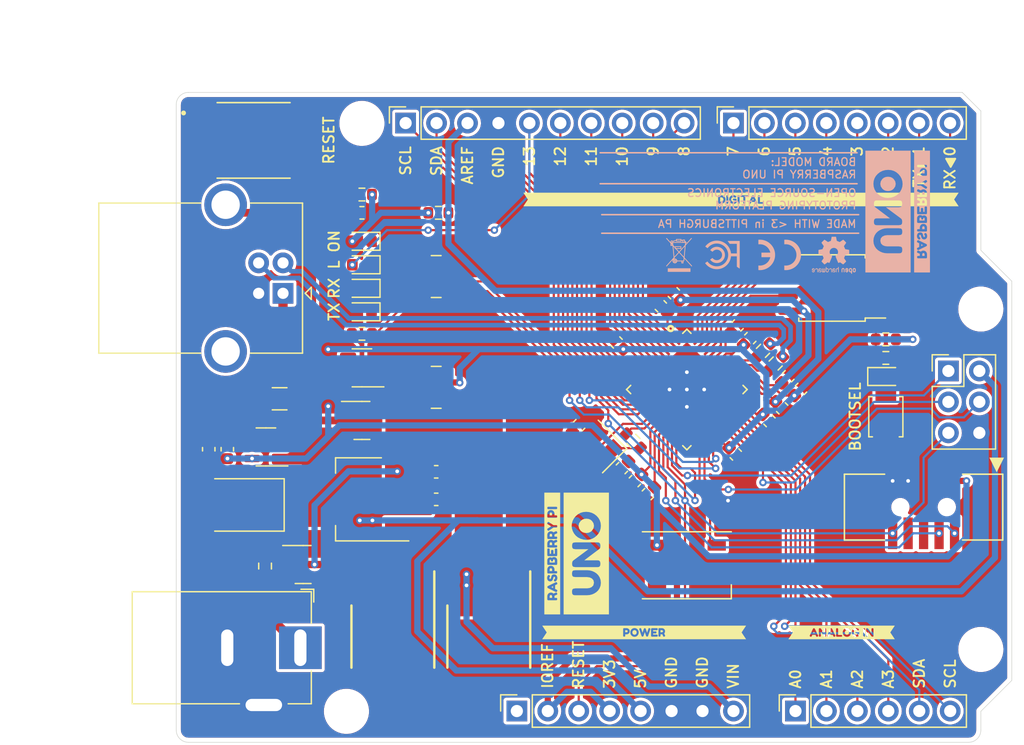
<source format=kicad_pcb>
(kicad_pcb (version 20211014) (generator pcbnew)
  (layers (0 "F.Cu" signal) (31 "B.Cu" signal) (34 "B.Paste" user) (35 "F.Paste" user) (36 "B.SilkS" user "B.Silkscreen") (37 "F.SilkS" user "F.Silkscreen") (38 "B.Mask" user) (39 "F.Mask" user) (44 "Edge.Cuts" user))
  (net 0 "")
  (net 1 "+3V3")
  (net 2 "Net-(C2-Pad2)")
  (net 3 "Net-(C3-Pad2)")
  (net 4 "/AREF")
  (net 5 "+1V1")
  (net 6 "Net-(D2-Pad1)")
  (net 7 "+5V")
  (net 8 "Net-(D1-Pad1)")
  (net 9 "Net-(D1-Pad2)")
  (net 10 "Net-(D2-Pad2)")
  (net 12 "/NEOPIXEL")
  (net 13 "Net-(D4-Pad1)")
  (net 14 "Net-(D5-Pad1)")
  (net 15 "/D13")
  (net 16 "Net-(D6-Pad1)")
  (net 17 "Net-(D7-Pad1)")
  (net 18 "Net-(F1-Pad1)")
  (net 19 "Net-(F1-Pad2)")
  (net 20 "Net-(FB1-Pad1)")
  (net 21 "/D-")
  (net 22 "/D+")
  (net 24 "/RESET")
  (net 25 "/VIN")
  (net 26 "/A00")
  (net 27 "/A01")
  (net 28 "/A02")
  (net 29 "/A03")
  (net 30 "/SDA0")
  (net 31 "/SCL0")
  (net 32 "/SCL1")
  (net 33 "/SDA1")
  (net 34 "/D12")
  (net 35 "/D11")
  (net 36 "/D10")
  (net 37 "/D09")
  (net 38 "/D08")
  (net 39 "/D07")
  (net 40 "/D06")
  (net 41 "/D05")
  (net 42 "/D04")
  (net 43 "/D03")
  (net 44 "/D02")
  (net 45 "/D01")
  (net 46 "/D00")
  (net 47 "/MISO")
  (net 48 "/SCK")
  (net 49 "/MOSI")
  (net 50 "/SWDIO")
  (net 51 "/SWCLK")
  (net 54 "Net-(Q1-Pad1)")
  (net 55 "Net-(R2-Pad2)")
  (net 56 "/DP")
  (net 57 "/DM")
  (net 58 "Net-(R6-Pad1)")
  (net 59 "/USB_HOSTEN")
  (net 60 "/QSPI_CS")
  (net 61 "/QSPI_DATA3")
  (net 62 "/QSPI_SCK")
  (net 63 "/QSPI_DATA0")
  (net 64 "/QSPI_DATA2")
  (net 65 "/QSPI_DATA1")
  (net 70 "/TXLED")
  (net 71 "/RXLED")
  (net 72 "GND")
  (footprint "Connector_PinHeader_2.54mm:PinHeader_2x03_P2.54mm_Vertical" (layer "F.Cu") (at 176.661 104.142)
    (fp_text reference "J7" hide)
    (fp_text value "ICSP")
  )
  (footprint "" (layer "F.Cu") (at 179.324 127)
    (fp_text reference "@HOLE1" hide)
    (fp_text value "")
  )
  (footprint "kibuzzard-639FD142" (layer "F.Cu") (at 144.145 119.126 90)
    (fp_text reference "kibuzzard-639FD142" hide)
    (fp_text value "G***" hide)
  )
  (footprint "Capacitor_SMD:C_0603_1608Metric" (layer "F.Cu") (at 115.951 110.5662 90)
    (fp_text reference "C15" hide)
    (fp_text value "10uF")
  )
  (footprint "Capacitor_SMD:C_0603_1608Metric" (layer "F.Cu") (at 161.9758 108.2548 -45)
    (fp_text reference "C9" hide)
    (fp_text value "0.1uF")
  )
  (footprint "Connector_BarrelJack:BarrelJack_Horizontal" (layer "F.Cu") (at 123.471 126.8595)
    (fp_text reference "J6" hide)
    (fp_text value "Barrel_Jack_Switch")
  )
  (footprint "LED_SMD:LED_0603_1608Metric" (layer "F.Cu") (at 171.5262 104.5972)
    (fp_text reference "D1" hide)
    (fp_text value "Blue")
  )
  (footprint "Capacitor_SMD:C_0603_1608Metric" (layer "F.Cu") (at 146.3548 108.585 -135)
    (fp_text reference "C2" hide)
    (fp_text value "22pF")
  )
  (footprint "kibuzzard-639FD17E" (layer "F.Cu") (at 146.939 119.126 90)
    (fp_text reference "kibuzzard-639FD17E" hide)
    (fp_text value "G***" hide)
  )
  (footprint "Capacitor_SMD:C_0603_1608Metric" (layer "F.Cu") (at 134.62 112.4204)
    (fp_text reference "C18" hide)
    (fp_text value "0.1uF")
  )
  (footprint "kibuzzard-639FD3EE" (layer "F.Cu") (at 159.639 90.0684)
    (fp_text reference "kibuzzard-639FD3EE" hide)
    (fp_text value "G***" hide)
  )
  (footprint "Resistor_SMD:R_0603_1608Metric" (layer "F.Cu") (at 162.4838 103.5304 -135)
    (fp_text reference "R4" hide)
    (fp_text value "27.4")
  )
  (footprint "Capacitor_SMD:C_0603_1608Metric" (layer "F.Cu") (at 117.475 110.5662 90)
    (fp_text reference "C16" hide)
    (fp_text value "0.1uF")
  )
  (footprint "Capacitor_SMD:C_0603_1608Metric" (layer "F.Cu") (at 151.9936 114.2492 -135)
    (fp_text reference "C14" hide)
    (fp_text value "0.1uF")
  )
  (footprint "Connector_PinSocket_2.54mm:PinSocket_1x10_P2.54mm_Vertical" (layer "F.Cu") (at 132.11 83.795 90)
    (fp_text reference "J4" hide)
    (fp_text value "Conn_01x10")
  )
  (footprint "LED_SMD:LED_0603_1608Metric" (layer "F.Cu") (at 128.524 99.2886 180)
    (fp_text reference "D7" hide)
    (fp_text value "Yellow")
  )
  (footprint "Package_TO_SOT_SMD:SOT-223-3_TabPin2" (layer "F.Cu") (at 128.27 114.681 180)
    (fp_text reference "U5" hide)
    (fp_text value "NCP1117-5.0_SOT223")
  )
  (footprint "Capacitor_SMD:C_0603_1608Metric" (layer "F.Cu") (at 153.0604 98.8314 135)
    (fp_text reference "C8" hide)
    (fp_text value "0.1uF")
  )
  (footprint "Resistor_SMD:R_Array_Concave_4x0603" (layer "F.Cu") (at 134.62 105.4862)
    (fp_text reference "RN1" hide)
    (fp_text value "100K")
  )
  (footprint "LED_SMD:LED_0603_1608Metric" (layer "F.Cu") (at 128.524 95.4278 180)
    (fp_text reference "D5" hide)
    (fp_text value "Red")
  )
  (footprint "Crystal:Crystal_SMD_2520-4Pin_2.5x2.0mm" (layer "F.Cu") (at 148.098281 110.341507 135)
    (fp_text reference "Y1" hide)
    (fp_text value "12MHz")
  )
  (footprint "Resistor_SMD:R_0603_1608Metric" (layer "F.Cu") (at 150.7998 109.8804 135)
    (fp_text reference "R2" hide)
    (fp_text value "1K")
  )
  (footprint "Connector_PinSocket_2.54mm:PinSocket_1x08_P2.54mm_Vertical" (layer "F.Cu") (at 159.019 83.795 90)
    (fp_text reference "J5" hide)
    (fp_text value "Conn_01x08")
  )
  (footprint "" (layer "F.Cu") (at 179.324 99.06)
    (fp_text reference "@HOLE0" hide)
    (fp_text value "")
  )
  (footprint "" (layer "F.Cu") (at 127.254 132.08)
    (fp_text reference "@HOLE3" hide)
    (fp_text value "")
  )
  (footprint "LED_SMD:LED_WS2812B_PLCC4_5.0x5.0mm_P3.2mm" (layer "F.Cu") (at 155.194 120.0912)
    (fp_text reference "D3" hide)
    (fp_text value "WS2812B")
  )
  (footprint "RP Uno:SW_1-1437565-7" (layer "F.Cu") (at 119.634 85.217)
    (fp_text reference "SW1" hide)
    (fp_text value "1-1437565-7")
  )
  (footprint "Package_TO_SOT_SMD:SOT-23" (layer "F.Cu") (at 123.698 120.0302)
    (fp_text reference "Q2" hide)
    (fp_text value "FDN340P")
  )
  (footprint "Capacitor_SMD:C_0603_1608Metric" (layer "F.Cu") (at 163.0172 107.2134 135)
    (fp_text reference "C11" hide)
    (fp_text value "1uF")
  )
  (footprint "Package_TO_SOT_SMD:SOT-23-5" (layer "F.Cu") (at 128.524 103.886 180)
    (fp_text reference "U2" hide)
    (fp_text value "74LVC1G125")
  )
  (footprint "Capacitor_SMD:C_0603_1608Metric" (layer "F.Cu") (at 159.3596 100.4062 45)
    (fp_text reference "C13" hide)
    (fp_text value "0.1uF")
  )
  (footprint "RP Uno:2X05_1.27MM_BOX_POSTS" (layer "F.Cu") (at 174.625 115.316 180)
    (fp_text reference "J8" hide)
    (fp_text value "SWD")
  )
  (footprint "Resistor_SMD:R_Array_Concave_4x0603" (layer "F.Cu") (at 134.62 96.393)
    (fp_text reference "RN2" hide)
    (fp_text value "1K")
  )
  (footprint "Connector_PinSocket_2.54mm:PinSocket_1x06_P2.54mm_Vertical" (layer "F.Cu") (at 164.109 132.055 90)
    (fp_text reference "J3" hide)
    (fp_text value "Conn_01x06")
  )
  (footprint "Resistor_SMD:R_0603_1608Metric" (layer "F.Cu") (at 134.7978 91.1606 180)
    (fp_text reference "R5" hide)
    (fp_text value "0")
  )
  (footprint "Resistor_SMD:R_0603_1608Metric" (layer "F.Cu") (at 171.5262 101.5492 180)
    (fp_text reference "R9" hide)
    (fp_text value "10K")
  )
  (footprint "" (layer "F.Cu") (at 128.524 83.82)
    (fp_text reference "@HOLE2" hide)
    (fp_text value "")
  )
  (footprint "Capacitor_SMD:C_0603_1608Metric" (layer "F.Cu") (at 149.86 112.1156 45)
    (fp_text reference "C3" hide)
    (fp_text value "22pF")
  )
  (footprint "LED_SMD:LED_0603_1608Metric" (layer "F.Cu") (at 128.524 97.3582 180)
    (fp_text reference "D6" hide)
    (fp_text value "Yellow")
  )
  (footprint "LED_SMD:LED_0603_1608Metric" (layer "F.Cu") (at 128.524 93.4974 180)
    (fp_text reference "D4" hide)
    (fp_text value "Green")
  )
  (footprint "Capacitor_SMD:C_0603_1608Metric" (layer "F.Cu") (at 149.4282 101.8032 135)
    (fp_text reference "C7" hide)
    (fp_text value "0.1uF")
  )
  (footprint "Resistor_SMD:R_0603_1608Metric" (layer "F.Cu") (at 171.5262 103.0732)
    (fp_text reference "R7" hide)
    (fp_text value "1K")
  )
  (footprint "Package_TO_SOT_SMD:SOT-23" (layer "F.Cu") (at 128.524 108.204)
    (fp_text reference "Q1" hide)
    (fp_text value "FDN340P")
  )
  (footprint "RP Uno:CAPAE680X600N" (layer "F.Cu") (at 131.064 125.095 -90)
    (fp_text reference "C20" hide)
    (fp_text value "47uF" hide)
  )
  (footprint "Package_SO:SOIC-8_5.23x5.23mm_P1.27mm" (layer "F.Cu") (at 167.1066 97.3328 180)
    (fp_text reference "U4" hide)
    (fp_text value "W25Q32JVSS")
  )
  (footprint "Capacitor_SMD:C_0603_1608Metric" (layer "F.Cu") (at 134.62 114.681)
    (fp_text reference "C19" hide)
    (fp_text value "0.1uF")
  )
  (footprint "Connector_USB:USB_B_OST_USB-B1HSxx_Horizontal" (layer "F.Cu") (at 122.047 97.77 180)
    (fp_text reference "J1" hide)
    (fp_text value "USB_B")
  )
  (footprint "kibuzzard-639FD1FE" (layer "F.Cu") (at 167.894 125.603)
    (fp_text reference "kibuzzard-639FD1FE" hide)
    (fp_text value "G***" hide)
  )
  (footprint "Connector_PinSocket_2.54mm:PinSocket_1x08_P2.54mm_Vertical" (layer "F.Cu") (at 141.239 132.055 90)
    (fp_text reference "J2" hide)
    (fp_text value "Conn_01x08")
  )
  (footprint "Inductor_SMD:L_0603_1608Metric" (layer "F.Cu") (at 128.524 91.1606)
    (fp_text reference "FB1" hide)
    (fp_text value "FerriteBead_Small")
  )
  (footprint "Fuse:Fuse_1206_3216Metric" (layer "F.Cu") (at 121.7676 106.426)
    (fp_text reference "F1" hide)
    (fp_text value "500mA")
  )
  (footprint "RP Uno:QFN40P700X700X90-57N" (layer "F.Cu") (at 155.194 105.664 -45)
    (fp_text reference "U1" hide)
    (fp_text value "RP2040")
  )
  (footprint "Diode_SMD:D_SMB" (layer "F.Cu") (at 118.5926 115.1382 180)
    (fp_text reference "D2" hide)
    (fp_text value "D_Schottky")
  )
  (footprint "Resistor_SMD:R_0603_1608Metric" (layer "F.Cu") (at 120.5738 120.1552 90)
    (fp_text reference "R8" hide)
    (fp_text value "10K")
  )
  (footprint "Capacitor_SMD:C_0603_1608Metric" (layer "F.Cu") (at 160.401 101.4476 45)
    (fp_text reference "C4" hide)
    (fp_text value "0.1uF")
  )
  (footprint "Capacitor_SMD:C_0603_1608Metric" (layer "F.Cu") (at 150.9268 113.1824 -135)
    (fp_text reference "C6" hide)
    (fp_text value "0.1uF")
  )
  (footprint "Capacitor_SMD:C_0603_1608Metric" (layer "F.Cu") (at 154.1272 97.7646 135)
    (fp_text reference "C1" hide)
    (fp_text value "1uF")
  )
  (footprint "Package_TO_SOT_SMD:SOT-23-5" (layer "F.Cu") (at 120.6445 110.3782 180)
    (fp_text reference "U3" hide)
    (fp_text value "AP2112K-3.3")
  )
  (footprint "kibuzzard-639FD42A" (layer "F.Cu") (at 151.6888 125.603)
    (fp_text reference "kibuzzard-639FD42A" hide)
    (fp_text value "G***" hide)
  )
  (footprint "Resistor_SMD:R_0603_1608Metric" (layer "F.Cu") (at 128.524 101.092)
    (fp_text reference "R6" hide)
    (fp_text value "330R")
  )
  (footprint "Capacitor_SMD:C_0603_1608Metric" (layer "F.Cu") (at 164.5666 105.6132 45)
    (fp_text reference "C10" hide)
    (fp_text value "0.1uF")
  )
  (footprint "RP Uno:CAPAE680X600N" (layer "F.Cu") (at 138.938 125.095 -90)
    (fp_text reference "C17" hide)
    (fp_text value "47uF" hide)
  )
  (footprint "Resistor_SMD:R_0603_1608Metric" (layer "F.Cu") (at 161.4424 102.489 -135)
    (fp_text reference "R3" hide)
    (fp_text value "27.4")
  )
  (footprint "Button_Switch_SMD:SW_SPST_B3U-1000P" (layer "F.Cu") (at 171.5262 107.8992 -90)
    (fp_text reference "SW2" hide)
    (fp_text value "BOOTSEL")
  )
  (footprint "Capacitor_SMD:C_0603_1608Metric" (layer "F.Cu") (at 163.5252 104.5718 45)
    (fp_text reference "C12" hide)
    (fp_text value "1uF")
  )
  (footprint "Capacitor_SMD:C_0603_1608Metric" (layer "F.Cu") (at 159.2072 110.998 -45)
    (fp_text reference "C5" hide)
    (fp_text value "0.1uF")
  )
  (footprint "Resistor_SMD:R_0603_1608Metric" (layer "F.Cu") (at 128.524 89.662 180)
    (fp_text reference "R1" hide)
    (fp_text value "10K")
  )
  (footprint "kibuzzard-639FD142" (layer "B.Cu") (at 174.498 91.059 90)
    (fp_text reference "kibuzzard-639FD142" hide)
    (fp_text value "G***" hide)
  )
  (footprint "kibuzzard-639FD17E" (layer "B.Cu") (at 171.704 91.059 90)
    (fp_text reference "kibuzzard-639FD17E" hide)
    (fp_text value "G***" hide)
  )
  (footprint "LOGO" (layer "B.Cu") (at 154.559 94.615 180)
    (fp_text reference "G***" hide)
    (fp_text value "LOGO" hide)
  )
  (footprint "LOGO" (layer "B.Cu") (at 167.259 94.6404 180)
    (fp_text reference "G***" hide)
    (fp_text value "LOGO" hide)
  )
  (footprint "LOGO" (layer "B.Cu") (at 162.814 94.615 180)
    (fp_text reference "G***" hide)
    (fp_text value "LOGO" hide)
  )
  (footprint "LOGO" (layer "B.Cu") (at 158.115 94.615 180)
    (fp_text reference "G***" hide)
    (fp_text value "LOGO" hide)
  )
  (gr_line (start 169.291 92.837) (end 148.209 92.837) (layer "B.SilkS") (width 0.127))
  (gr_line (start 169.164 88.773) (end 148.082 88.773) (layer "B.SilkS") (width 0.127))
  (gr_line (start 169.291 91.313) (end 148.209 91.313) (layer "B.SilkS") (width 0.127))
  (gr_line (start 169.164 86.233) (end 148.082 86.233) (layer "B.SilkS") (width 0.127))
  (gr_line (start 179.324 94.234) (end 181.864 96.774) (layer "Edge.Cuts") (width 0.05))
  (gr_line (start 181.864 129.54) (end 179.324 132.08) (layer "Edge.Cuts") (width 0.05))
  (gr_line (start 178.324 134.62) (end 114.284 134.62) (layer "Edge.Cuts") (width 0.05))
  (gr_arc (start 114.284 134.62) (mid 113.576893 134.327107) (end 113.284 133.62) (layer "Edge.Cuts") (width 0.05))
  (gr_arc (start 113.284 82.28) (mid 113.576893 81.572893) (end 114.284 81.28) (layer "Edge.Cuts") (width 0.05))
  (gr_line (start 113.284 133.62) (end 113.284 119.634) (layer "Edge.Cuts") (width 0.05))
  (gr_line (start 179.324 82.804) (end 179.324 94.234) (layer "Edge.Cuts") (width 0.05))
  (gr_arc (start 179.324 133.62) (mid 179.031107 134.327107) (end 178.324 134.62) (layer "Edge.Cuts") (width 0.05))
  (gr_line (start 179.324 132.08) (end 179.324 133.62) (layer "Edge.Cuts") (width 0.05))
  (gr_line (start 113.284 119.634) (end 113.284 82.28) (layer "Edge.Cuts") (width 0.05))
  (gr_line (start 177.8 81.28) (end 179.324 82.804) (layer "Edge.Cuts") (width 0.05))
  (gr_line (start 181.864 96.774) (end 181.864 129.54) (layer "Edge.Cuts") (width 0.05))
  (gr_line (start 114.284 81.28) (end 177.8 81.28) (layer "Edge.Cuts") (width 0.05))
  (gr_text "MADE WITH <3 in PITTSBURGH PA" (at 169.164 92.075) (layer "B.SilkS") (effects (font (size 0.635 0.635) (thickness 0.1016)) (justify left mirror)))
  (gr_text "BOARD MODEL: \nRASPBERRY PI UNO" (at 169.164 87.503) (layer "B.SilkS") (effects (font (size 0.635 0.635) (thickness 0.1016)) (justify left mirror)))
  (gr_text "OPEN-SOURCE ELECTRONICS\nPROTOTYPING PLATFORM" (at 169.164 90.043) (layer "B.SilkS") (effects (font (size 0.635 0.635) (thickness 0.1016)) (justify left mirror)))
  (gr_text "RX" (at 126.746 97.3582 90) (layer "F.SilkS") (effects (font (size 0.8636 0.8636) (thickness 0.1524)) (justify bottom)))
  (gr_text "SDA" (at 174.7774 130.302 90) (layer "F.SilkS") (effects (font (size 0.8636 0.8636) (thickness 0.1524)) (justify left bottom)))
  (gr_text "A2" (at 169.6974 130.302 90) (layer "F.SilkS") (effects (font (size 0.8636 0.8636) (thickness 0.1524)) (justify left bottom)))
  (gr_text "6" (at 162.052 85.598 90) (layer "F.SilkS") (effects (font (size 0.8636 0.8636) (thickness 0.1524)) (justify right bottom)))
  (gr_text "RX◀0" (at 177.292 85.598 90) (layer "F.SilkS") (effects (font (size 0.8636 0.8636) (thickness 0.1524)) (justify right bottom)))
  (gr_text "RESET" (at 146.812 130.302 90) (layer "F.SilkS") (effects (font (size 0.8636 0.8636) (thickness 0.1524)) (justify left bottom)))
  (gr_text "11" (at 147.8534 85.598 90) (layer "F.SilkS") (effects (font (size 0.8636 0.8636) (thickness 0.1524)) (justify right bottom)))
  (gr_text "SCL" (at 177.3174 130.302 90) (layer "F.SilkS") (effects (font (size 0.8636 0.8636) (thickness 0.1524)) (justify left bottom)))
  (gr_text "A1" (at 167.1574 130.302 90) (layer "F.SilkS") (effects (font (size 0.8636 0.8636) (thickness 0.1524)) (justify left bottom)))
  (gr_text "IOREF" (at 144.272 130.302 90) (layer "F.SilkS") (effects (font (size 0.8636 0.8636) (thickness 0.1524)) (justify left bottom)))
  (gr_text "A3" (at 172.2374 130.302 90) (layer "F.SilkS") (effects (font (size 0.8636 0.8636) (thickness 0.1524)) (justify left bottom)))
  (gr_text "SDA" (at 135.1534 85.598 90) (layer "F.SilkS") (effects (font (size 0.8636 0.8636) (thickness 0.1524)) (justify right bottom)))
  (gr_text "TX" (at 126.746 99.2886 90) (layer "F.SilkS") (effects (font (size 0.8636 0.8636) (thickness 0.1524)) (justify bottom)))
  (gr_text "BOOTSEL" (at 169.5196 107.8992 90) (layer "F.SilkS") (effects (font (size 0.8636 0.8636) (thickness 0.1524)) (justify bottom)))
  (gr_text "L" (at 126.746 95.4278 90) (layer "F.SilkS") (effects (font (size 0.8636 0.8636) (thickness 0.1524)) (justify bottom)))
  (gr_text "3V3" (at 149.352 130.302 90) (layer "F.SilkS") (effects (font (size 0.8636 0.8636) (thickness 0.1524)) (justify left bottom)))
  (gr_text "3" (at 169.672 85.598 90) (layer "F.SilkS") (effects (font (size 0.8636 0.8636) (thickness 0.1524)) (justify right bottom)))
  (gr_text "GND" (at 154.432 130.302 90) (layer "F.SilkS") (effects (font (size 0.8636 0.8636) (thickness 0.1524)) (justify left bottom)))
  (gr_text "4" (at 167.132 85.598 90) (layer "F.SilkS") (effects (font (size 0.8636 0.8636) (thickness 0.1524)) (justify right bottom)))
  (gr_text "12" (at 145.3134 85.598 90) (layer "F.SilkS") (effects (font (size 0.8636 0.8636) (thickness 0.1524)) (justify right bottom)))
  (gr_text "GND" (at 140.2334 85.598 90) (layer "F.SilkS") (effects (font (size 0.8636 0.8636) (thickness 0.1524)) (justify right bottom)))
  (gr_text "5" (at 164.592 85.598 90) (layer "F.SilkS") (effects (font (size 0.8636 0.8636) (thickness 0.1524)) (justify right bottom)))
  (gr_text "A0" (at 164.6174 130.302 90) (layer "F.SilkS") (effects (font (size 0.8636 0.8636) (thickness 0.1524)) (justify left bottom)))
  (gr_text "8" (at 155.4734 85.598 90) (layer "F.SilkS") (effects (font (size 0.8636 0.8636) (thickness 0.1524)) (justify right bottom)))
  (gr_text "GND" (at 156.972 130.302 90) (layer "F.SilkS") (effects (font (size 0.8636 0.8636) (thickness 0.1524)) (justify left bottom)))
  (gr_text "5V" (at 151.892 130.302 90) (layer "F.SilkS") (effects (font (size 0.8636 0.8636) (thickness 0.1524)) (justify left bottom)))
  (gr_text "10" (at 150.3934 85.598 90) (layer "F.SilkS") (effects (font (size 0.8636 0.8636) (thickness 0.1524)) (justify right bottom)))
  (gr_text "9" (at 152.9334 85.598 90) (layer "F.SilkS") (effects (font (size 0.8636 0.8636) (thickness 0.1524)) (justify right bottom)))
  (gr_text "13" (at 142.7734 85.598 90) (layer "F.SilkS") (effects (font (size 0.8636 0.8636) (thickness 0.1524)) (justify right bottom)))
  (gr_text "TX▶1" (at 174.752 85.598 90) (layer "F.SilkS") (effects (font (size 0.8636 0.8636) (thickness 0.1524)) (justify right bottom)))
  (gr_text "SCL" (at 132.6134 85.598 90) (layer "F.SilkS") (effects (font (size 0.8636 0.8636) (thickness 0.1524)) (justify right bottom)))
  (gr_text "ON" (at 126.746 93.4974 90) (layer "F.SilkS") (effects (font (size 0.8636 0.8636) (thickness 0.1524)) (justify bottom)))
  (gr_text "RESET" (at 126.3142 85.217 90) (layer "F.SilkS") (effects (font (size 0.8636 0.8636) (thickness 0.1524)) (justify bottom)))
  (gr_text "7" (at 159.512 85.598 90) (layer "F.SilkS") (effects (font (size 0.8636 0.8636) (thickness 0.1524)) (justify right bottom)))
  (gr_text "AREF" (at 137.6934 85.598 90) (layer "F.SilkS") (effects (font (size 0.8636 0.8636) (thickness 0.1524)) (justify right bottom)))
  (gr_text "VIN" (at 159.512 130.302 90) (layer "F.SilkS") (effects (font (size 0.8636 0.8636) (thickness 0.1524)) (justify left bottom)))
  (gr_text "2" (at 172.212 85.598 90) (layer "F.SilkS") (effects (font (size 0.8636 0.8636) (thickness 0.1524)) (justify right bottom)))
  (segment (start 161.472906 105.664) (end 162.507818 105.664) (width 0.1778) (layer "F.Cu") (net 1))
  (segment (start 145.796 127.7366) (end 143.779 129.7536) (width 0.508) (layer "F.Cu") (net 1))
  (segment (start 153.608408 99.379408) (end 154.675208 98.312608) (width 0.508) (layer "F.Cu") (net 1))
  (segment (start 159.461389 106.254434) (end 160.913747 107.706792) (width 0.1778) (layer "F.Cu") (net 1))
  (segment (start 162.507818 105.664) (end 162.711709 105.867891) (width 0.1778) (layer "F.Cu") (net 1))
  (segment (start 143.779 129.7536) (end 143.779 132.055) (width 0.508) (layer "F.Cu") (net 1))
  (segment (start 152.744 118.4412) (end 154.3812 120.0784) (width 0.508) (layer "F.Cu") (net 1))
  (segment (start 136.5314 105.0862) (end 136.5504 105.1052) (width 0.508) (layer "F.Cu") (net 1))
  (segment (start 160.202906 104.394) (end 161.472906 105.664) (width 0.1778) (layer "F.Cu") (net 1))
  (segment (start 158.047176 103.623624) (end 159.675192 101.995608) (width 0.1778) (layer "F.Cu") (net 1))
  (segment (start 152.1968 108.944043) (end 152.1968 111.9124) (width 0.1778) (layer "F.Cu") (net 1))
  (segment (start 159.57527 104.394) (end 160.202906 104.394) (width 0.1778) (layer "F.Cu") (net 1))
  (segment (start 159.178547 104.790723) (end 159.57527 104.394) (width 0.1778) (layer "F.Cu") (net 1))
  (segment (start 160.913747 107.706792) (end 161.427792 107.706792) (width 0.1778) (layer "F.Cu") (net 1))
  (segment (start 153.608408 99.379408) (end 153.608408 100.401453) (width 0.1778) (layer "F.Cu") (net 1))
  (segment (start 151.638 127.7366) (end 145.796 127.7366) (width 0.508) (layer "F.Cu") (net 1))
  (segment (start 153.608408 100.401453) (end 154.603566 101.396611) (width 0.1778) (layer "F.Cu") (net 1))
  (segment (start 162.716161 105.863439) (end 163.01393 106.161208) (width 0.1778) (layer "F.Cu") (net 1))
  (segment (start 178.1466 113.166) (end 177.165 113.166) (width 0.508) (layer "F.Cu") (net 1))
  (segment (start 157.764333 103.373067) (end 158.4198 102.7176) (width 0.1778) (layer "F.Cu") (net 1))
  (segment (start 158.4198 102.7176) (end 158.9532 102.7176) (width 0.1778) (layer "F.Cu") (net 1))
  (segment (start 135.47 105.0862) (end 136.5314 105.0862) (width 0.508) (layer "F.Cu") (net 1))
  (segment (start 158.047176 103.659352) (end 158.047176 103.623624) (width 0.1778) (layer "F.Cu") (net 1))
  (segment (start 152.1968 111.9124) (end 151.474808 112.634392) (width 0.1778) (layer "F.Cu") (net 1))
  (segment (start 164.7952 99.2378) (end 163.5066 99.2378) (width 0.508) (layer "F.Cu") (net 1))
  (segment (start 172.3512 101.5492) (end 173.736 101.5492) (width 0.508) (layer "F.Cu") (net 1))
  (segment (start 154.3812 124.9934) (end 151.638 127.7366) (width 0.508) (layer "F.Cu") (net 1))
  (segment (start 149.976208 102.351208) (end 150.466994 102.351208) (width 0.1778) (layer "F.Cu") (net 1))
  (segment (start 152.90651 108.234333) (end 152.1968 108.944043) (width 0.1778) (layer "F.Cu") (net 1))
  (segment (start 158.582992 110.467206) (end 156.915805 108.800019) (width 0.1778) (layer "F.Cu") (net 1))
  (segment (start 117.4874 111.3282) (end 115.9634 111.3282) (width 0.508) (layer "F.Cu") (net 1))
  (segment (start 154.3812 120.0784) (end 154.3812 124.9934) (width 0.508) (layer "F.Cu") (net 1))
  (segment (start 150.466994 102.351208) (end 152.057981 103.942195) (width 0.1778) (layer "F.Cu") (net 1))
  (segment (start 163.01393 106.161208) (end 164.018592 106.161208) (width 0.1778) (layer "F.Cu") (net 1))
  (via (at 154.675208 98.312608) (size 0.6096) (drill 0.3048) (layers "F.Cu" "B.Cu") (net 1))
  (via (at 133.9728 91.1606) (size 0.6096) (drill 0.3048) (layers "F.Cu" "B.Cu") (net 1))
  (via (at 158.659192 110.449992) (size 0.6096) (drill 0.3048) (layers "F.Cu" "B.Cu") (net 1))
  (via (at 164.7952 99.2378) (size 0.6096) (drill 0.3048) (layers "F.Cu" "B.Cu") (net 1))
  (via (at 125.7554 107.0356) (size 0.6096) (drill 0.3048) (layers "F.Cu" "B.Cu") (net 1))
  (via (at 152.744 118.4412) (size 0.6096) (drill 0.3048) (layers "F.Cu" "B.Cu") (net 1))
  (via (at 164.018592 106.161208) (size 0.6096) (drill 0.3048) (layers "F.Cu" "B.Cu") (net 1))
  (via (at 178.1466 113.166) (size 0.6096) (drill 0.3048) (layers "F.Cu" "B.Cu") (net 1))
  (via (at 127.7365 93.4974) (size 0.6096) (drill 0.3048) (layers "F.Cu" "B.Cu") (net 1))
  (via (at 117.4874 111.3282) (size 0.6096) (drill 0.3048) (layers "F.Cu" "B.Cu") (net 1))
  (via (at 129.3622 89.662) (size 0.6096) (drill 0.3048) (layers "F.Cu" "B.Cu") (net 1))
  (via (at 125.7554 102.362) (size 0.6096) (drill 0.3048) (layers "F.Cu" "B.Cu") (net 1))
  (via (at 173.736 101.5492) (size 0.6096) (drill 0.3048) (layers "F.Cu" "B.Cu") (net 1))
  (via (at 151.474808 112.634392) (size 0.6096) (drill 0.3048) (layers "F.Cu" "B.Cu") (net 1))
  (via (at 136.5504 105.1052) (size 0.6096) (drill 0.3048) (layers "F.Cu" "B.Cu") (net 1))
  (via (at 159.852992 101.995608) (size 0.6096) (drill 0.3048) (layers "F.Cu" "B.Cu") (net 1))
  (via (at 149.976208 102.351208) (size 0.6096) (drill 0.3048) (layers "F.Cu" "B.Cu") (net 1))
  (via (at 119.507 111.3282) (size 0.6096) (drill 0.3048) (layers "F.Cu" "B.Cu") (net 1))
  (via (at 161.427792 107.706792) (size 0.6096) (drill 0.3048) (layers "F.Cu" "B.Cu") (net 1))
  (segment (start 165.1762 102.87) (end 161.7218 106.3244) (width 0.508) (layer "B.Cu") (net 1))
  (segment (start 161.7218 106.3244) (end 161.7218 106.553) (width 0.508) (layer "B.Cu") (net 1))
  (segment (start 126.6698 108.6104) (end 147.450816 108.6104) (width 0.508) (layer "B.Cu") (net 1))
  (segment (start 165.1762 99.6188) (end 165.1762 102.87) (width 0.508) (layer "B.Cu") (net 1))
  (segment (start 152.7302 113.889784) (end 152.7302 118.4274) (width 0.508) (layer "B.Cu") (net 1))
  (segment (start 161.732592 107.401992) (end 161.427792 107.706792) (width 0.508) (layer "B.Cu") (net 1))
  (segment (start 138.110592 102.351208) (end 149.976208 102.351208) (width 0.508) (layer "B.Cu") (net 1))
  (segment (start 125.7554 107.0356) (end 125.7554 109.5248) (width 0.508) (layer "B.Cu") (net 1))
  (segment (start 159.497392 102.351208) (end 149.976208 102.351208) (width 0.508) (layer "B.Cu") (net 1))
  (segment (start 168.6306 101.5492) (end 162.777808 107.401992) (width 0.508) (layer "B.Cu") (net 1))
  (segment (start 173.736 101.5492) (end 168.6306 101.5492) (width 0.508) (layer "B.Cu") (net 1))
  (segment (start 164.7952 99.2378) (end 165.1762 99.6188) (width 0.508) (layer "B.Cu") (net 1))
  (segment (start 156.972 119.3546) (end 152.8191 115.2017) (width 0.508) (layer "B.Cu") (net 1))
  (segment (start 136.5504 103.9114) (end 138.110592 102.351208) (width 0.508) (layer "B.Cu") (net 1))
  (segment (start 133.9728 91.1606) (end 130.0733 91.1606) (width 0.508) (layer "B.Cu") (net 1))
  (segment (start 125.7808 102.362) (end 125.791592 102.351208) (width 0.508) (layer "B.Cu") (net 1))
  (segment (start 147.450816 108.6104) (end 152.7302 113.889784) (width 0.508) (layer "B.Cu") (net 1))
  (segment (start 161.7218 107.387384) (end 161.7218 106.553) (width 0.508) (layer "B.Cu") (net 1))
  (segment (start 148.859 132.055) (end 147.2838 130.4798) (width 0.508) (layer "B.Cu") (net 1))
  (segment (start 152.7302 118.4274) (end 152.744 118.4412) (width 0.508) (layer "B.Cu") (net 1))
  (segment (start 123.952 111.3282) (end 125.2474 110.0328) (width 0.508) (layer "B.Cu") (net 1))
  (segment (start 159.852992 101.995608) (end 159.497392 102.351208) (width 0.508) (layer "B.Cu") (net 1))
  (segment (start 125.7554 109.5248) (end 125.2474 110.0328) (width 0.508) (layer "B.Cu") (net 1))
  (segment (start 123.952 111.3282) (end 119.507 111.3282) (width 0.508) (layer "B.Cu") (net 1))
  (segment (start 159.852992 102.499792) (end 159.852992 101.995608) (width 0.508) (layer "B.Cu") (net 1))
  (segment (start 128.63825 92.59565) (end 127.7365 93.4974) (width 0.508) (layer "B.Cu") (net 1))
  (segment (start 117.4874 111.3282) (end 119.507 111.3282) (width 0.508) (layer "B.Cu") (net 1))
  (segment (start 163.870008 98.312608) (end 154.675208 98.312608) (width 0.508) (layer "B.Cu") (net 1))
  (segment (start 129.3622 89.662) (end 129.3622 91.8717) (width 0.508) (layer "B.Cu") (net 1))
  (segment (start 161.387784 107.7214) (end 160.475292 108.633892) (width 0.508) (layer "B.Cu") (net 1))
  (segment (start 178.1466 117.8142) (end 176.6062 119.3546) (width 0.508) (layer "B.Cu") (net 1))
  (segment (start 145.3542 130.4798) (end 143.779 132.055) (width 0.508) (layer "B.Cu") (net 1))
  (segment (start 162.777808 107.401992) (end 161.732592 107.401992) (width 0.508) (layer "B.Cu") (net 1))
  (segment (start 164.7952 99.2378) (end 163.870008 98.312608) (width 0.508) (layer "B.Cu") (net 1))
  (segment (start 129.3622 91.8717) (end 128.63825 92.59565) (width 0.508) (layer "B.Cu") (net 1))
  (segment (start 130.0733 91.1606) (end 128.63825 92.59565) (width 0.508) (layer "B.Cu") (net 1))
  (segment (start 126.6698 108.6104) (end 125.2474 110.0328) (width 0.508) (layer "B.Cu") (net 1))
  (segment (start 161.7218 104.3686) (end 159.852992 102.499792) (width 0.508) (layer "B.Cu") (net 1))
  (segment (start 136.5504 105.1052) (end 136.5504 103.9114) (width 0.508) (layer "B.Cu") (net 1))
  (segment (start 125.791592 102.351208) (end 138.110592 102.351208) (width 0.508) (layer "B.Cu") (net 1))
  (segment (start 178.1466 113.166) (end 178.1466 117.8142) (width 0.508) (layer "B.Cu") (net 1))
  (segment (start 145.3542 130.4798) (end 147.2838 130.4798) (width 0.508) (layer "B.Cu") (net 1))
  (segment (start 160.475292 108.633892) (end 161.7218 107.387384) (width 0.508) (layer "B.Cu") (net 1))
  (segment (start 176.6062 119.3546) (end 156.972 119.3546) (width 0.508) (layer "B.Cu") (net 1))
  (segment (start 161.7218 106.553) (end 161.7218 104.3686) (width 0.508) (layer "B.Cu") (net 1))
  (segment (start 158.659192 110.449992) (end 160.475292 108.633892) (width 0.508) (layer "B.Cu") (net 1))
  (segment (start 147.021479 110.265355) (end 148.165597 110.265355) (width 0.1778) (layer "F.Cu") (net 2))
  (segment (start 148.165597 110.265355) (end 149.947552 108.4834) (width 0.1778) (layer "F.Cu") (net 2))
  (segment (start 151.526072 108.4834) (end 152.340824 107.668648) (width 0.1778) (layer "F.Cu") (net 2))
  (segment (start 149.947552 108.4834) (end 151.526072 108.4834) (width 0.1778) (layer "F.Cu") (net 2))
  (segment (start 145.889132 109.133008) (end 146.984588 110.228464) (width 0.1778) (layer "F.Cu") (net 2))
  (segment (start 149.226022 110.475952) (end 151.370974 110.475952) (width 0.1778) (layer "F.Cu") (net 3))
  (segment (start 150.303614 111.567592) (end 149.211974 110.475952) (width 0.1778) (layer "F.Cu") (net 3))
  (segment (start 159.461389 105.073566) (end 159.785355 104.7496) (width 0.1778) (layer "F.Cu") (net 4))
  (segment (start 161.8234 106.0196) (end 162.469192 106.665392) (width 0.1778) (layer "F.Cu") (net 4))
  (segment (start 160.055612 104.7496) (end 161.325612 106.0196) (width 0.1778) (layer "F.Cu") (net 4))
  (segment (start 159.785355 104.7496) (end 160.055612 104.7496) (width 0.1778) (layer "F.Cu") (net 4))
  (segment (start 161.325612 106.0196) (end 161.8234 106.0196) (width 0.1778) (layer "F.Cu") (net 4))
  (via (at 135.6228 91.1606) (size 0.6096) (drill 0.3048) (layers "F.Cu" "B.Cu") (net 4))
  (via (at 162.469192 106.665392) (size 0.6096) (drill 0.3048) (layers "F.Cu" "B.Cu") (net 4))
  (segment (start 135.6228 85.3622) (end 137.19 83.795) (width 0.508) (layer "B.Cu") (net 4))
  (segment (start 165.989 99.314) (end 165.989 103.145584) (width 0.508) (layer "B.Cu") (net 4))
  (segment (start 135.6228 91.1606) (end 135.6228 93.7128) (width 0.508) (layer "B.Cu") (net 4))
  (segment (start 139.4714 97.5614) (end 164.2364 97.5614) (width 0.508) (layer "B.Cu") (net 4))
  (segment (start 135.6228 93.7128) (end 139.4714 97.5614) (width 0.508) (layer "B.Cu") (net 4))
  (segment (start 165.989 103.145584) (end 162.469192 106.665392) (width 0.508) (layer "B.Cu") (net 4))
  (segment (start 164.2364 97.5614) (end 165.989 99.314) (width 0.508) (layer "B.Cu") (net 4))
  (segment (start 135.6228 91.1606) (end 135.6228 85.3622) (width 0.508) (layer "B.Cu") (net 4))
  (segment (start 155.0162 108.4326) (end 155.6766 108.4326) (width 0.1778) (layer "F.Cu") (net 5))
  (segment (start 161.6202 105.3084) (end 162.7886 105.3084) (width 0.1778) (layer "F.Cu") (net 5))
  (segment (start 157.484933 103.093667) (end 158.369 102.2096) (width 0.1778) (layer "F.Cu") (net 5))
  (segment (start 153.7208 107.9754) (end 154.559 107.9754) (width 0.1778) (layer "F.Cu") (net 5))
  (segment (start 154.559 107.9754) (end 155.0162 108.4326) (width 0.1778) (layer "F.Cu") (net 5))
  (segment (start 157.8356 105.8418) (end 157.8356 104.8766) (width 0.1778) (layer "F.Cu") (net 5))
  (segment (start 153.189352 108.506848) (end 153.7208 107.9754) (width 0.1778) (layer "F.Cu") (net 5))
  (segment (start 152.5524 109.154128) (end 152.5524 113.6904) (width 0.1778) (layer "F.Cu") (net 5))
  (segment (start 157.8356 104.8766) (end 157.0736 104.1146) (width 0.1778) (layer "F.Cu") (net 5))
  (segment (start 153.189352 108.517176) (end 152.5524 109.154128) (width 0.1778) (layer "F.Cu") (net 5))
  (segment (start 157.8356 106.2736) (end 157.8356 105.8418) (width 0.1778) (layer "F.Cu") (net 5))
  (segment (start 157.8356 105.567984) (end 158.895704 104.50788) (width 0.1778) (layer "F.Cu") (net 5))
  (segment (start 160.3502 104.0384) (end 161.6202 105.3084) (width 0.1778) (layer "F.Cu") (net 5))
  (segment (start 157.8356 105.8418) (end 157.8356 105.567984) (width 0.1778) (layer "F.Cu") (net 5))
  (segment (start 157.0736 104.1146) (end 157.0736 103.501557) (width 0.1778) (layer "F.Cu") (net 5))
  (segment (start 159.3596 104.0384) (end 160.3502 104.0384) (width 0.1778) (layer "F.Cu") (net 5))
  (segment (start 155.6766 108.4326) (end 157.8356 106.2736) (width 0.1778) (layer "F.Cu") (net 5))
  (segment (start 157.0736 103.501557) (end 157.48149 103.093667) (width 0.1778) (layer "F.Cu") (net 5))
  (segment (start 158.369 102.2096) (end 158.369 101.3968) (width 0.1778) (layer "F.Cu") (net 5))
  (segment (start 158.895704 104.502296) (end 159.3596 104.0384) (width 0.1778) (layer "F.Cu") (net 5))
  (segment (start 158.369 101.3968) (end 158.811592 100.954208) (width 0.1778) (layer "F.Cu") (net 5))
  (segment (start 120.5738 120.9802) (end 119.7864 120.9802) (width 0.762) (layer "F.Cu") (net 6))
  (segment (start 120.5738 120.9802) (end 122.7605 120.9802) (width 0.762) (layer "F.Cu") (net 6))
  (segment (start 118.9482 116.9326) (end 120.7426 115.1382) (width 0.762) (layer "F.Cu") (net 6))
  (segment (start 119.7864 120.9802) (end 118.9482 120.142) (width 0.762) (layer "F.Cu") (net 6))
  (segment (start 118.9482 120.142) (end 118.9482 116.9326) (width 0.762) (layer "F.Cu") (net 6))
  (via (at 129.3876 116.4082) (size 0.6096) (drill 0.3048) (layers "F.Cu" "B.Cu") (net 7))
  (via (at 128.3462 116.4082) (size 0.6096) (drill 0.3048) (layers "F.Cu" "B.Cu") (net 7))
  (segment (start 136.4234 116.4082) (end 133.0706 119.761) (width 0.508) (layer "B.Cu") (net 7))
  (segment (start 180.4828 105.4238) (end 180.4828 119.4658) (width 0.508) (layer "B.Cu") (net 7))
  (segment (start 133.0706 119.761) (end 133.0706 125.5268) (width 0.508) (layer "B.Cu") (net 7))
  (segment (start 177.7238 122.2248) (end 151.9936 122.2248) (width 0.508) (layer "B.Cu") (net 7))
  (segment (start 148.0712 128.7272) (end 151.399 132.055) (width 0.508) (layer "B.Cu") (net 7))
  (segment (start 151.9936 122.2248) (end 146.177 116.4082) (width 0.508) (layer "B.Cu") (net 7))
  (segment (start 136.271 128.7272) (end 148.0712 128.7272) (width 0.508) (layer "B.Cu") (net 7))
  (segment (start 179.201 104.142) (end 180.4828 105.4238) (width 0.508) (layer "B.Cu") (net 7))
  (segment (start 129.667 116.4082) (end 129.3876 116.4082) (width 0.508) (layer "B.Cu") (net 7))
  (segment (start 129.667 116.4082) (end 128.3462 116.4082) (width 0.508) (layer "B.Cu") (net 7))
  (segment (start 180.4828 119.4658) (end 177.7238 122.2248) (width 0.508) (layer "B.Cu") (net 7))
  (segment (start 146.177 116.4082) (end 137.9982 116.4082) (width 0.508) (layer "B.Cu") (net 7))
  (segment (start 137.9982 116.4082) (end 129.667 116.4082) (width 0.508) (layer "B.Cu") (net 7))
  (segment (start 137.9982 116.4082) (end 136.4234 116.4082) (width 0.508) (layer "B.Cu") (net 7))
  (segment (start 133.0706 125.5268) (end 136.271 128.7272) (width 0.508) (layer "B.Cu") (net 7))
  (segment (start 171.5262 105.3847) (end 171.5262 106.1992) (width 0.1778) (layer "F.Cu") (net 8))
  (segment (start 170.7387 104.5972) (end 171.5262 105.3847) (width 0.1778) (layer "F.Cu") (net 8))
  (segment (start 172.3512 103.0732) (end 172.3512 104.5597) (width 0.1778) (layer "F.Cu") (net 9))
  (segment (start 116.4426 121.2432) (end 118.6434 123.444) (width 0.762) (layer "F.Cu") (net 10))
  (segment (start 116.4426 115.1382) (end 116.4426 121.2432) (width 0.762) (layer "F.Cu") (net 10))
  (segment (start 120.0555 123.444) (end 123.471 126.8595) (width 0.762) (layer "F.Cu") (net 10))
  (segment (start 118.6434 123.444) (end 120.0555 123.444) (width 0.762) (layer "F.Cu") (net 10))
  (segment (start 155.784434 109.931389) (end 156.2354 110.382355) (width 0.1778) (layer "F.Cu") (net 12))
  (segment (start 156.2354 110.382355) (end 156.2354 113.2078) (width 0.1778) (layer "F.Cu") (net 12))
  (segment (start 156.2354 113.2078) (end 157.099 114.0714) (width 0.1778) (layer "F.Cu") (net 12))
  (segment (start 157.099 114.0714) (end 157.099 118.4412) (width 0.1778) (layer "F.Cu") (net 12))
  (segment (start 131.0071 95.193) (end 133.77 95.193) (width 0.1778) (layer "F.Cu") (net 13))
  (segment (start 129.3115 93.4974) (end 131.0071 95.193) (width 0.1778) (layer "F.Cu") (net 13))
  (segment (start 129.8767 95.993) (end 133.77 95.993) (width 0.1778) (layer "F.Cu") (net 14))
  (segment (start 129.3115 95.4278) (end 129.8767 95.993) (width 0.1778) (layer "F.Cu") (net 14))
  (segment (start 148.9456 105.029) (end 145.415 101.4984) (width 0.1778) (layer "F.Cu") (net 15))
  (segment (start 150.83813 106.9086) (end 149.941306 106.9086) (width 0.1778) (layer "F.Cu") (net 15))
  (segment (start 133.9596 92.583) (end 139.3952 92.583) (width 0.1778) (layer "F.Cu") (net 15))
  (segment (start 151.209453 106.537277) (end 150.83813 106.9086) (width 0.1778) (layer "F.Cu") (net 15))
  (segment (start 145.415 101.4984) (end 145.415 91.0082) (width 0.1778) (layer "F.Cu") (net 15))
  (segment (start 149.941306 106.9086) (end 148.9456 105.912894) (width 0.1778) (layer "F.Cu") (net 15))
  (segment (start 145.415 91.0082) (end 142.27 87.8632) (width 0.1778) (layer "F.Cu") (net 15))
  (segment (start 142.27 87.8632) (end 142.27 83.795) (width 0.1778) (layer "F.Cu") (net 15))
  (segment (start 148.9456 105.912894) (end 148.9456 105.029) (width 0.1778) (layer "F.Cu") (net 15))
  (via (at 133.9596 92.583) (size 0.6096) (drill 0.3048) (layers "F.Cu" "B.Cu") (net 15))
  (via (at 127.7365 95.4278) (size 0.6096) (drill 0.3048) (layers "F.Cu" "B.Cu") (net 15))
  (via (at 139.3952 92.583) (size 0.6096) (drill 0.3048) (layers "F.Cu" "B.Cu") (net 15))
  (segment (start 133.9596 92.583) (end 130.5813 92.583) (width 0.1778) (layer "B.Cu") (net 15))
  (segment (start 130.5813 92.583) (end 127.7365 95.4278) (width 0.1778) (layer "B.Cu") (net 15))
  (segment (start 142.27 89.7082) (end 142.27 83.795) (width 0.1778) (layer "B.Cu") (net 15))
  (segment (start 139.3952 92.583) (end 142.27 89.7082) (width 0.1778) (layer "B.Cu") (net 15))
  (segment (start 129.3115 97.3582) (end 129.8767 96.793) (width 0.1778) (layer "F.Cu") (net 16))
  (segment (start 129.8767 96.793) (end 133.77 96.793) (width 0.1778) (layer "F.Cu") (net 16))
  (segment (start 129.3115 99.2886) (end 131.0071 97.593) (width 0.1778) (layer "F.Cu") (net 17))
  (segment (start 131.0071 97.593) (end 133.77 97.593) (width 0.1778) (layer "F.Cu") (net 17))
  (segment (start 122.047 102.8446) (end 122.047 97.77) (width 0.762) (layer "F.Cu") (net 18))
  (segment (start 120.3676 104.524) (end 122.047 102.8446) (width 0.762) (layer "F.Cu") (net 18))
  (segment (start 120.3676 106.426) (end 120.3676 104.524) (width 0.762) (layer "F.Cu") (net 18))
  (segment (start 129.4615 108.204) (end 124.9456 108.204) (width 0.635) (layer "F.Cu") (net 19))
  (segment (start 124.9456 108.204) (end 123.1676 106.426) (width 0.635) (layer "F.Cu") (net 19))
  (segment (start 117.9976 91.1606) (end 127.7365 91.1606) (width 0.635) (layer "F.Cu") (net 20))
  (via (at 163.067163 102.947037) (size 0.6096) (drill 0.3048) (layers "F.Cu" "B.Cu") (net 21))
  (segment (start 163.0172 99.822) (end 127.458631 99.822) (width 0.381) (layer "B.Cu") (net 21))
  (segment (start 127.458631 99.822) (end 123.597831 95.9612) (width 0.381) (layer "B.Cu") (net 21))
  (segment (start 123.597831 95.9612) (end 122.7382 95.9612) (width 0.381) (layer "B.Cu") (net 21))
  (segment (start 163.067163 102.2641) (end 163.703 101.628263) (width 0.381) (layer "B.Cu") (net 21))
  (segment (start 163.703 100.507799) (end 163.0172 99.822) (width 0.381) (layer "B.Cu") (net 21))
  (segment (start 163.703 101.628263) (end 163.703 100.507799) (width 0.381) (layer "B.Cu") (net 21))
  (segment (start 122.7382 95.9612) (end 122.047 95.27) (width 0.381) (layer "B.Cu") (net 21))
  (segment (start 163.067163 102.947037) (end 163.067163 102.2641) (width 0.381) (layer "B.Cu") (net 21))
  (via (at 162.025763 101.905637) (size 0.6096) (drill 0.3048) (layers "F.Cu" "B.Cu") (net 22))
  (segment (start 162.025763 101.905637) (end 162.635363 101.905637) (width 0.381) (layer "B.Cu") (net 22))
  (segment (start 123.366369 96.52) (end 121.297 96.52) (width 0.381) (layer "B.Cu") (net 22))
  (segment (start 162.635363 101.905637) (end 163.1442 101.3968) (width 0.381) (layer "B.Cu") (net 22))
  (segment (start 121.297 96.52) (end 120.047 95.27) (width 0.381) (layer "B.Cu") (net 22))
  (segment (start 127.227169 100.3808) (end 123.366369 96.52) (width 0.381) (layer "B.Cu") (net 22))
  (segment (start 162.785738 100.3808) (end 127.227169 100.3808) (width 0.381) (layer "B.Cu") (net 22))
  (segment (start 163.1442 100.739262) (end 162.785738 100.3808) (width 0.381) (layer "B.Cu") (net 22))
  (segment (start 163.1442 101.3968) (end 163.1442 100.739262) (width 0.381) (layer "B.Cu") (net 22))
  (segment (start 147.7772 105.4862) (end 144.272 101.981) (width 0.1778) (layer "F.Cu") (net 24))
  (segment (start 153.6192 109.8042) (end 154.03788 109.38552) (width 0.1778) (layer "F.Cu") (net 24))
  (segment (start 123.839 87.4645) (end 115.429 87.4645) (width 0.1778) (layer "F.Cu") (net 24))
  (segment (start 153.6192 112.0394) (end 153.6192 109.8042) (width 0.1778) (layer "F.Cu") (net 24))
  (segment (start 147.8026 128.3716) (end 146.319 129.8552) (width 0.1778) (layer "F.Cu") (net 24))
  (segment (start 123.839 87.4645) (end 129.9595 87.4645) (width 0.1778) (layer "F.Cu") (net 24))
  (segment (start 155.0416 114.7826) (end 155.0416 114.4016) (width 0.1778) (layer "F.Cu") (net 24))
  (segment (start 151.9428 128.3716) (end 147.8026 128.3716) (width 0.1778) (layer "F.Cu") (net 24))
  (segment (start 144.272 91.5416) (end 141.605 88.8746) (width 0.1778) (layer "F.Cu") (net 24))
  (segment (start 148.7424 107.3658) (end 147.7772 106.4006) (width 0.1778) (layer "F.Cu") (net 24))
  (segment (start 155.0416 114.4016) (end 155.0416 113.4618) (width 0.1778) (layer "F.Cu") (net 24))
  (segment (start 146.319 129.8552) (end 146.319 132.055) (width 0.1778) (layer "F.Cu") (net 24))
  (segment (start 135.1911 87.4645) (end 129.9595 87.4645) (width 0.1778) (layer "F.Cu") (net 24))
  (segment (start 155.0416 113.4618) (end 153.6192 112.0394) (width 0.1778) (layer "F.Cu") (net 24))
  (segment (start 155.0416 125.2728) (end 151.9428 128.3716) (width 0.1778) (layer "F.Cu") (net 24))
  (segment (start 127.762 89.662) (end 129.9595 87.4645) (width 0.1778) (layer "F.Cu") (net 24))
  (segment (start 141.605 88.8746) (end 136.6012 88.8746) (width 0.1778) (layer "F.Cu") (net 24))
  (segment (start 148.7424 108.458) (end 148.7424 107.3658) (width 0.1778) (layer "F.Cu") (net 24))
  (segment (start 147.7772 106.4006) (end 147.7772 105.4862) (width 0.1778) (layer "F.Cu") (net 24))
  (segment (start 136.6012 88.8746) (end 135.1911 87.4645) (width 0.1778) (layer "F.Cu") (net 24))
  (segment (start 144.272 101.981) (end 144.272 91.5416) (width 0.1778) (layer "F.Cu") (net 24))
  (segment (start 155.0416 114.4016) (end 155.0416 125.2728) (width 0.1778) (layer "F.Cu") (net 24))
  (via (at 172.085 117.466) (size 0.6096) (drill 0.3048) (layers "F.Cu" "B.Cu") (net 24))
  (via (at 155.0416 114.7826) (size 0.6096) (drill 0.3048) (layers "F.Cu" "B.Cu") (net 24))
  (via (at 148.7424 108.458) (size 0.6096) (drill 0.3048) (layers "F.Cu" "B.Cu") (net 24))
  (segment (start 174.625 114.926) (end 174.625 111.258) (width 0.1778) (layer "B.Cu") (net 24))
  (segment (start 174.625 111.258) (end 176.661 109.222) (width 0.1778) (layer "B.Cu") (net 24))
  (segment (start 148.7424 108.461437) (end 155.0416 114.760637) (width 0.1778) (layer "B.Cu") (net 24))
  (segment (start 157.725 117.466) (end 172.085 117.466) (width 0.1778) (layer "B.Cu") (net 24))
  (segment (start 155.0416 114.760637) (end 155.0416 114.7826) (width 0.1778) (layer "B.Cu") (net 24))
  (segment (start 148.7424 108.458) (end 148.7424 108.461437) (width 0.1778) (layer "B.Cu") (net 24))
  (segment (start 172.085 117.466) (end 174.625 114.926) (width 0.1778) (layer "B.Cu") (net 24))
  (segment (start 155.0416 114.7826) (end 157.725 117.466) (width 0.1778) (layer "B.Cu") (net 24))
  (via (at 124.6355 120.0302) (size 0.6096) (drill 0.3048) (layers "F.Cu" "B.Cu") (net 25))
  (via (at 137.1092 120.8278) (size 0.6096) (drill 0.3048) (layers "F.Cu" "B.Cu") (net 25))
  (via (at 137.1092 121.7422) (size 0.6096) (drill 0.3048) (layers "F.Cu" "B.Cu") (net 25))
  (via (at 131.42 112.381) (size 0.6096) (drill 0.3048) (layers "F.Cu" "B.Cu") (net 25))
  (segment (start 127.4204 112.381) (end 131.42 112.381) (width 0.508) (layer "B.Cu") (net 25))
  (segment (start 139.2682 126.8984) (end 148.9456 126.8984) (width 0.508) (layer "B.Cu") (net 25))
  (segment (start 137.1092 122.809) (end 137.1092 120.8278) (width 0.508) (layer "B.Cu") (net 25))
  (segment (start 137.1092 121.7422) (end 137.1092 122.809) (width 0.508) (layer "B.Cu") (net 25))
  (segment (start 137.1092 124.7394) (end 139.2682 126.8984) (width 0.508) (layer "B.Cu") (net 25))
  (segment (start 124.6355 120.0302) (end 124.6355 115.1659) (width 0.508) (layer "B.Cu") (net 25))
  (segment (start 148.9456 126.8984) (end 152.0952 130.048) (width 0.508) (layer "B.Cu") (net 25))
  (segment (start 137.1092 122.809) (end 137.1092 124.7394) (width 0.508) (layer "B.Cu") (net 25))
  (segment (start 152.0952 130.048) (end 157.012 130.048) (width 0.508) (layer "B.Cu") (net 25))
  (segment (start 124.6355 115.1659) (end 127.4204 112.381) (width 0.508) (layer "B.Cu") (net 25))
  (segment (start 157.012 130.048) (end 159.019 132.055) (width 0.508) (layer "B.Cu") (net 25))
  (segment (start 158.338205 107.385805) (end 164.109 113.1566) (width 0.1778) (layer "F.Cu") (net 26))
  (segment (start 164.109 113.1566) (end 164.109 132.055) (width 0.1778) (layer "F.Cu") (net 26))
  (segment (start 158.612861 107.102962) (end 164.4904 112.980501) (width 0.1778) (layer "F.Cu") (net 27))
  (segment (start 164.4904 121.7422) (end 166.649 123.9008) (width 0.1778) (layer "F.Cu") (net 27))
  (segment (start 166.649 123.9008) (end 166.649 132.055) (width 0.1778) (layer "F.Cu") (net 27))
  (segment (start 164.4904 112.980501) (end 164.4904 121.7422) (width 0.1778) (layer "F.Cu") (net 27))
  (segment (start 169.1894 125.857) (end 169.1894 132.0546) (width 0.1778) (layer "F.Cu") (net 28))
  (segment (start 164.8968 112.8268) (end 164.8968 121.5644) (width 0.1778) (layer "F.Cu") (net 28))
  (segment (start 158.895704 106.825704) (end 164.8968 112.8268) (width 0.1778) (layer "F.Cu") (net 28))
  (segment (start 164.8968 121.5644) (end 169.1894 125.857) (width 0.1778) (layer "F.Cu") (net 28))
  (segment (start 165.3032 112.649) (end 165.3032 121.3866) (width 0.1778) (layer "F.Cu") (net 29))
  (segment (start 159.191477 106.537277) (end 165.3032 112.649) (width 0.1778) (layer "F.Cu") (net 29))
  (segment (start 171.729 127.8124) (end 171.729 132.055) (width 0.1778) (layer "F.Cu") (net 29))
  (segment (start 165.3032 121.3866) (end 171.729 127.8124) (width 0.1778) (layer "F.Cu") (net 29))
  (segment (start 163.322 113.5126) (end 157.764333 107.954933) (width 0.1778) (layer "F.Cu") (net 30))
  (segment (start 163.322 124.1044) (end 163.322 113.5126) (width 0.1778) (layer "F.Cu") (net 30))
  (segment (start 162.3314 125.095) (end 163.322 124.1044) (width 0.1778) (layer "F.Cu") (net 30))
  (via (at 162.3314 125.095) (size 0.6096) (drill 0.3048) (layers "F.Cu" "B.Cu") (net 30))
  (segment (start 169.6085 125.6665) (end 174.269 130.327) (width 0.1778) (layer "B.Cu") (net 30))
  (segment (start 162.3314 125.095) (end 162.3314 125.3744) (width 0.1778) (layer "B.Cu") (net 30))
  (segment (start 162.6235 125.6665) (end 169.6085 125.6665) (width 0.1778) (layer "B.Cu") (net 30))
  (segment (start 174.269 130.327) (end 174.269 132.055) (width 0.1778) (layer "B.Cu") (net 30))
  (segment (start 162.3314 125.3744) (end 162.6235 125.6665) (width 0.1778) (layer "B.Cu") (net 30))
  (segment (start 163.7284 113.3348) (end 158.062248 107.668648) (width 0.1778) (layer "F.Cu") (net 31))
  (segment (start 163.7284 124.587) (end 163.7284 113.3348) (width 0.1778) (layer "F.Cu") (net 31))
  (segment (start 163.2204 125.095) (end 163.7284 124.587) (width 0.1778) (layer "F.Cu") (net 31))
  (via (at 163.2204 125.095) (size 0.6096) (drill 0.3048) (layers "F.Cu" "B.Cu") (net 31))
  (segment (start 169.849 125.095) (end 176.809 132.055) (width 0.1778) (layer "B.Cu") (net 31))
  (segment (start 163.2204 125.095) (end 169.849 125.095) (width 0.1778) (layer "B.Cu") (net 31))
  (segment (start 151.773838 107.102962) (end 151.1808 107.696) (width 0.1778) (layer "F.Cu") (net 32))
  (segment (start 144.653 91.3638) (end 141.7574 88.4682) (width 0.1778) (layer "F.Cu") (net 32))
  (segment (start 149.606 107.696) (end 148.1582 106.2482) (width 0.1778) (layer "F.Cu") (net 32))
  (segment (start 136.7832 88.4682) (end 132.11 83.795) (width 0.1778) (layer "F.Cu") (net 32))
  (segment (start 141.7574 88.4682) (end 136.7832 88.4682) (width 0.1778) (layer "F.Cu") (net 32))
  (segment (start 148.1582 106.2482) (end 148.1582 105.3338) (width 0.1778) (layer "F.Cu") (net 32))
  (segment (start 148.1582 105.3338) (end 144.653 101.8286) (width 0.1778) (layer "F.Cu") (net 32))
  (segment (start 151.1808 107.696) (end 149.606 107.696) (width 0.1778) (layer "F.Cu") (net 32))
  (segment (start 144.653 101.8286) (end 144.653 91.3638) (width 0.1778) (layer "F.Cu") (net 32))
  (segment (start 134.65 85.755) (end 134.65 83.795) (width 0.1778) (layer "F.Cu") (net 33))
  (segment (start 136.9568 88.0618) (end 134.65 85.755) (width 0.1778) (layer "F.Cu") (net 33))
  (segment (start 145.034 91.186) (end 141.9098 88.0618) (width 0.1778) (layer "F.Cu") (net 33))
  (segment (start 151.0284 107.2896) (end 149.7584 107.2896) (width 0.1778) (layer "F.Cu") (net 33))
  (segment (start 149.7584 107.2896) (end 148.5646 106.0958) (width 0.1778) (layer "F.Cu") (net 33))
  (segment (start 148.5646 105.2068) (end 145.034 101.6762) (width 0.1778) (layer "F.Cu") (net 33))
  (segment (start 145.034 101.6762) (end 145.034 91.186) (width 0.1778) (layer "F.Cu") (net 33))
  (segment (start 141.9098 88.0618) (end 136.9568 88.0618) (width 0.1778) (layer "F.Cu") (net 33))
  (segment (start 151.492296 106.825704) (end 151.0284 107.2896) (width 0.1778) (layer "F.Cu") (net 33))
  (segment (start 148.5646 106.0958) (end 148.5646 105.2068) (width 0.1778) (layer "F.Cu") (net 33))
  (segment (start 150.628045 106.553) (end 150.926611 106.254434) (width 0.1778) (layer "F.Cu") (net 34))
  (segment (start 144.81 83.795) (end 144.81 89.8444) (width 0.1778) (layer "F.Cu") (net 34))
  (segment (start 150.0886 106.553) (end 150.628045 106.553) (width 0.1778) (layer "F.Cu") (net 34))
  (segment (start 145.796 101.346) (end 149.3266 104.8766) (width 0.1778) (layer "F.Cu") (net 34))
  (segment (start 149.3266 105.791) (end 150.0886 106.553) (width 0.1778) (layer "F.Cu") (net 34))
  (segment (start 144.81 89.8444) (end 145.796 90.8304) (width 0.1778) (layer "F.Cu") (net 34))
  (segment (start 149.3266 104.8766) (end 149.3266 105.791) (width 0.1778) (layer "F.Cu") (net 34))
  (segment (start 145.796 90.8304) (end 145.796 101.346) (width 0.1778) (layer "F.Cu") (net 34))
  (segment (start 147.35 89.6574) (end 147.35 83.795) (width 0.1778) (layer "F.Cu") (net 35))
  (segment (start 149.6314 104.648) (end 146.177 101.1936) (width 0.1778) (layer "F.Cu") (net 35))
  (segment (start 146.177 90.8304) (end 147.35 89.6574) (width 0.1778) (layer "F.Cu") (net 35))
  (segment (start 150.501045 104.648) (end 149.6314 104.648) (width 0.1778) (layer "F.Cu") (net 35))
  (segment (start 146.177 101.1936) (end 146.177 90.8304) (width 0.1778) (layer "F.Cu") (net 35))
  (segment (start 150.926611 105.073566) (end 150.501045 104.648) (width 0.1778) (layer "F.Cu") (net 35))
  (segment (start 146.558 101.0412) (end 146.558 91.0082) (width 0.1778) (layer "F.Cu") (net 36))
  (segment (start 151.209453 104.790723) (end 150.68573 104.267) (width 0.1778) (layer "F.Cu") (net 36))
  (segment (start 146.558 91.0082) (end 149.89 87.6762) (width 0.1778) (layer "F.Cu") (net 36))
  (segment (start 149.7838 104.267) (end 146.558 101.0412) (width 0.1778) (layer "F.Cu") (net 36))
  (segment (start 150.68573 104.267) (end 149.7838 104.267) (width 0.1778) (layer "F.Cu") (net 36))
  (segment (start 149.89 87.6762) (end 149.89 83.795) (width 0.1778) (layer "F.Cu") (net 36))
  (segment (start 152.43 85.7458) (end 146.9644 91.2114) (width 0.1778) (layer "F.Cu") (net 37))
  (segment (start 152.43 83.795) (end 152.43 85.7458) (width 0.1778) (layer "F.Cu") (net 37))
  (segment (start 146.9644 91.2114) (end 146.9644 100.942016) (width 0.1778) (layer "F.Cu") (net 37))
  (segment (start 149.908384 103.886) (end 150.870416 103.886) (width 0.1778) (layer "F.Cu") (net 37))
  (segment (start 146.9644 100.942016) (end 149.908384 103.886) (width 0.1778) (layer "F.Cu") (net 37))
  (segment (start 150.870416 103.886) (end 151.492296 104.50788) (width 0.1778) (layer "F.Cu") (net 37))
  (segment (start 150.055678 103.5304) (end 151.080501 103.5304) (width 0.1778) (layer "F.Cu") (net 38))
  (segment (start 151.080501 103.5304) (end 151.775139 104.225038) (width 0.1778) (layer "F.Cu") (net 38))
  (segment (start 154.97 83.795) (end 147.3708 91.3942) (width 0.1778) (layer "F.Cu") (net 38))
  (segment (start 147.3708 100.845522) (end 150.055678 103.5304) (width 0.1778) (layer "F.Cu") (net 38))
  (segment (start 147.3708 91.3942) (end 147.3708 100.845522) (width 0.1778) (layer "F.Cu") (net 38))
  (segment (start 148.8948 93.959706) (end 155.097506 87.757) (width 0.1778) (layer "F.Cu") (net 39))
  (segment (start 152.340824 103.649024) (end 148.8948 100.203) (width 0.1778) (layer "F.Cu") (net 39))
  (segment (start 148.8948 100.203) (end 148.8948 93.959706) (width 0.1778) (layer "F.Cu") (net 39))
  (segment (start 159.019 85.9894) (end 159.019 83.795) (width 0.1778) (layer "F.Cu") (net 39))
  (segment (start 155.097506 87.757) (end 157.2514 87.757) (width 0.1778) (layer "F.Cu") (net 39))
  (segment (start 157.2514 87.757) (end 159.019 85.9894) (width 0.1778) (layer "F.Cu") (net 39))
  (segment (start 152.623667 103.373067) (end 149.2758 100.0252) (width 0.1778) (layer "F.Cu") (net 40))
  (segment (start 149.2758 94.0816) (end 155.2448 88.1126) (width 0.1778) (layer "F.Cu") (net 40))
  (segment (start 149.2758 100.0252) (end 149.2758 94.0816) (width 0.1778) (layer "F.Cu") (net 40))
  (segment (start 159.4358 88.1126) (end 161.559 85.9894) (width 0.1778) (layer "F.Cu") (net 40))
  (segment (start 161.559 85.9894) (end 161.559 83.795) (width 0.1778) (layer "F.Cu") (net 40))
  (segment (start 155.2448 88.1126) (end 159.4358 88.1126) (width 0.1778) (layer "F.Cu") (net 40))
  (segment (start 155.3972 88.4936) (end 161.5948 88.4936) (width 0.1778) (layer "F.Cu") (net 41))
  (segment (start 149.6568 99.8474) (end 149.6568 94.234) (width 0.1778) (layer "F.Cu") (net 41))
  (segment (start 152.903067 103.093667) (end 149.6568 99.8474) (width 0.1778) (layer "F.Cu") (net 41))
  (segment (start 149.6568 94.234) (end 155.3972 88.4936) (width 0.1778) (layer "F.Cu") (net 41))
  (segment (start 164.099 85.9894) (end 164.099 83.795) (width 0.1778) (layer "F.Cu") (net 41))
  (segment (start 161.5948 88.4936) (end 164.099 85.9894) (width 0.1778) (layer "F.Cu") (net 41))
  (segment (start 155.575 88.8746) (end 163.7538 88.8746) (width 0.1778) (layer "F.Cu") (net 42))
  (segment (start 153.189352 102.795752) (end 150.0378 99.6442) (width 0.1778) (layer "F.Cu") (net 42))
  (segment (start 163.7538 88.8746) (end 166.639 85.9894) (width 0.1778) (layer "F.Cu") (net 42))
  (segment (start 150.0378 99.6442) (end 150.0378 94.4118) (width 0.1778) (layer "F.Cu") (net 42))
  (segment (start 150.0378 94.4118) (end 155.575 88.8746) (width 0.1778) (layer "F.Cu") (net 42))
  (segment (start 166.639 85.9894) (end 166.639 83.795) (width 0.1778) (layer "F.Cu") (net 42))
  (segment (start 155.7274 89.281) (end 165.8874 89.281) (width 0.1778) (layer "F.Cu") (net 43))
  (segment (start 169.179 85.9894) (end 169.179 83.795) (width 0.1778) (layer "F.Cu") (net 43))
  (segment (start 150.4188 94.5896) (end 155.7274 89.281) (width 0.1778) (layer "F.Cu") (net 43))
  (segment (start 153.472195 102.519795) (end 150.4188 99.4664) (width 0.1778) (layer "F.Cu") (net 43))
  (segment (start 165.8874 89.281) (end 169.179 85.9894) (width 0.1778) (layer "F.Cu") (net 43))
  (segment (start 150.4188 99.4664) (end 150.4188 94.5896) (width 0.1778) (layer "F.Cu") (net 43))
  (segment (start 150.7998 99.2886) (end 150.7998 94.7674) (width 0.1778) (layer "F.Cu") (net 44))
  (segment (start 168.0464 89.662) (end 171.719 85.9894) (width 0.1778) (layer "F.Cu") (net 44))
  (segment (start 153.755038 102.243838) (end 150.7998 99.2886) (width 0.1778) (layer "F.Cu") (net 44))
  (segment (start 171.719 85.9894) (end 171.719 83.795) (width 0.1778) (layer "F.Cu") (net 44))
  (segment (start 155.9052 89.662) (end 168.0464 89.662) (width 0.1778) (layer "F.Cu") (net 44))
  (segment (start 150.7998 94.7674) (end 155.9052 89.662) (width 0.1778) (layer "F.Cu") (net 44))
  (segment (start 154.032296 101.962296) (end 151.1808 99.1108) (width 0.1778) (layer "F.Cu") (net 45))
  (segment (start 151.1808 99.1108) (end 151.1808 94.9198) (width 0.1778) (layer "F.Cu") (net 45))
  (segment (start 174.259 85.9894) (end 174.259 83.795) (width 0.1778) (layer "F.Cu") (net 45))
  (segment (start 151.1808 94.9198) (end 156.0576 90.043) (width 0.1778) (layer "F.Cu") (net 45))
  (segment (start 170.2054 90.043) (end 174.259 85.9894) (width 0.1778) (layer "F.Cu") (net 45))
  (segment (start 156.0576 90.043) (end 170.2054 90.043) (width 0.1778) (layer "F.Cu") (net 45))
  (segment (start 156.21 90.424) (end 172.3644 90.424) (width 0.1778) (layer "F.Cu") (net 46))
  (segment (start 176.799 85.9894) (end 176.799 83.795) (width 0.1778) (layer "F.Cu") (net 46))
  (segment (start 151.5872 98.94593) (end 151.5872 95.0468) (width 0.1778) (layer "F.Cu") (net 46))
  (segment (start 172.3644 90.424) (end 176.799 85.9894) (width 0.1778) (layer "F.Cu") (net 46))
  (segment (start 151.5872 95.0468) (end 156.21 90.424) (width 0.1778) (layer "F.Cu") (net 46))
  (segment (start 154.320723 101.679453) (end 151.5872 98.94593) (width 0.1778) (layer "F.Cu") (net 46))
  (segment (start 153.9748 109.99447) (end 154.320723 109.648547) (width 0.1778) (layer "F.Cu") (net 47))
  (segment (start 155.2448 112.7252) (end 154.813 112.7252) (width 0.1778) (layer "F.Cu") (net 47))
  (segment (start 154.813 112.7252) (end 153.9748 111.887) (width 0.1778) (layer "F.Cu") (net 47))
  (segment (start 153.9748 111.887) (end 153.9748 109.99447) (width 0.1778) (layer "F.Cu") (net 47))
  (via (at 155.2448 112.7252) (size 0.6096) (drill 0.3048) (layers "F.Cu" "B.Cu") (net 47))
  (segment (start 163.7538 112.7252) (end 170.3324 106.1466) (width 0.1778) (layer "B.Cu") (net 47))
  (segment (start 170.3324 106.1466) (end 174.6564 106.1466) (width 0.1778) (layer "B.Cu") (net 47))
  (segment (start 174.6564 106.1466) (end 176.661 104.142) (width 0.1778) (layer "B.Cu") (net 47))
  (segment (start 155.2448 112.7252) (end 163.7538 112.7252) (width 0.1778) (layer "B.Cu") (net 47))
  (segment (start 158.1658 109.4994) (end 157.198648 108.532248) (width 0.1778) (layer "F.Cu") (net 48))
  (segment (start 161.4424 113.296205) (end 161.4424 112.1664) (width 0.1778) (layer "F.Cu") (net 48))
  (segment (start 158.7754 109.4994) (end 158.1658 109.4994) (width 0.1778) (layer "F.Cu") (net 48))
  (segment (start 161.4424 112.1664) (end 158.7754 109.4994) (width 0.1778) (layer "F.Cu") (net 48))
  (via (at 161.4424 113.296205) (size 0.6096) (drill 0.3048) (layers "F.Cu" "B.Cu") (net 48))
  (segment (start 163.944795 113.296205) (end 170.559 106.682) (width 0.1778) (layer "B.Cu") (net 48))
  (segment (start 161.4424 113.296205) (end 163.944795 113.296205) (width 0.1778) (layer "B.Cu") (net 48))
  (segment (start 170.559 106.682) (end 176.661 106.682) (width 0.1778) (layer "B.Cu") (net 48))
  (segment (start 156.6418 110.22307) (end 156.067277 109.648547) (width 0.1778) (layer "F.Cu") (net 49))
  (segment (start 157.504405 113.867205) (end 156.6418 113.0046) (width 0.1778) (layer "F.Cu") (net 49))
  (segment (start 158.5976 113.867205) (end 157.504405 113.867205) (width 0.1778) (layer "F.Cu") (net 49))
  (segment (start 156.6418 113.0046) (end 156.6418 110.22307) (width 0.1778) (layer "F.Cu") (net 49))
  (via (at 158.5976 113.867205) (size 0.6096) (drill 0.3048) (layers "F.Cu" "B.Cu") (net 49))
  (segment (start 158.5976 113.867205) (end 164.161195 113.867205) (width 0.1778) (layer "B.Cu") (net 49))
  (segment (start 177.933 107.95) (end 179.201 106.682) (width 0.1778) (layer "B.Cu") (net 49))
  (segment (start 175.9204 107.95) (end 177.933 107.95) (width 0.1778) (layer "B.Cu") (net 49))
  (segment (start 164.161195 113.867205) (end 170.7896 107.2388) (width 0.1778) (layer "B.Cu") (net 49))
  (segment (start 170.7896 107.2388) (end 175.2092 107.2388) (width 0.1778) (layer "B.Cu") (net 49))
  (segment (start 175.2092 107.2388) (end 175.9204 107.95) (width 0.1778) (layer "B.Cu") (net 49))
  (segment (start 154.254698 114.781959) (end 154.254698 113.182898) (width 0.1778) (layer "F.Cu") (net 50))
  (segment (start 153.2636 112.1918) (end 153.2636 109.574299) (width 0.1778) (layer "F.Cu") (net 50))
  (segment (start 154.254698 113.182898) (end 153.2636 112.1918) (width 0.1778) (layer "F.Cu") (net 50))
  (segment (start 153.2636 109.574299) (end 153.755038 109.082861) (width 0.1778) (layer "F.Cu") (net 50))
  (via (at 177.165 117.466) (size 0.6096) (drill 0.3048) (layers "F.Cu" "B.Cu") (net 50))
  (via (at 154.254698 114.781959) (size 0.6096) (drill 0.3048) (layers "F.Cu" "B.Cu") (net 50))
  (segment (start 154.254698 114.833898) (end 157.4583 118.0375) (width 0.1778) (layer "B.Cu") (net 50))
  (segment (start 172.3861 118.0375) (end 173.5328 116.8908) (width 0.1778) (layer "B.Cu") (net 50))
  (segment (start 154.254698 114.781959) (end 154.254698 114.833898) (width 0.1778) (layer "B.Cu") (net 50))
  (segment (start 173.5328 116.8908) (end 176.5898 116.8908) (width 0.1778) (layer "B.Cu") (net 50))
  (segment (start 176.5898 116.8908) (end 177.165 117.466) (width 0.1778) (layer "B.Cu") (net 50))
  (segment (start 157.4583 118.0375) (end 172.3861 118.0375) (width 0.1778) (layer "B.Cu") (net 50))
  (segment (start 152.908 112.3442) (end 152.908 109.364214) (width 0.1778) (layer "F.Cu") (net 51))
  (segment (start 153.467796 112.903996) (end 152.908 112.3442) (width 0.1778) (layer "F.Cu") (net 51))
  (segment (start 153.467796 114.7826) (end 153.467796 112.903996) (width 0.1778) (layer "F.Cu") (net 51))
  (segment (start 152.908 109.364214) (end 153.472195 108.800019) (width 0.1778) (layer "F.Cu") (net 51))
  (via (at 153.467796 114.7826) (size 0.6096) (drill 0.3048) (layers "F.Cu" "B.Cu") (net 51))
  (via (at 175.895 117.466) (size 0.6096) (drill 0.3048) (layers "F.Cu" "B.Cu") (net 51))
  (segment (start 153.467796 114.7826) (end 153.467796 114.859796) (width 0.1778) (layer "B.Cu") (net 51))
  (segment (start 172.6184 118.618) (end 173.7704 117.466) (width 0.1778) (layer "B.Cu") (net 51))
  (segment (start 157.226 118.618) (end 172.6184 118.618) (width 0.1778) (layer "B.Cu") (net 51))
  (segment (start 173.7704 117.466) (end 175.895 117.466) (width 0.1778) (layer "B.Cu") (net 51))
  (segment (start 153.467796 114.859796) (end 157.226 118.618) (width 0.1778) (layer "B.Cu") (net 51))
  (segment (start 127.3865 102.936) (end 128.524 104.0735) (width 0.381) (layer "F.Cu") (net 54))
  (segment (start 128.3018 105.8862) (end 131.7562 105.8862) (width 0.381) (layer "F.Cu") (net 54))
  (segment (start 127.5865 107.254) (end 127.5865 106.6015) (width 0.381) (layer "F.Cu") (net 54))
  (segment (start 128.524 104.0735) (end 128.524 105.2322) (width 0.381) (layer "F.Cu") (net 54))
  (segment (start 133.77 105.8862) (end 133.77 106.6862) (width 0.381) (layer "F.Cu") (net 54))
  (segment (start 129.178 105.8862) (end 131.7562 105.8862) (width 0.381) (layer "F.Cu") (net 54))
  (segment (start 127.5865 106.6015) (end 128.3018 105.8862) (width 0.381) (layer "F.Cu") (net 54))
  (segment (start 131.7562 105.8862) (end 133.77 105.8862) (width 0.381) (layer "F.Cu") (net 54))
  (segment (start 128.524 105.2322) (end 129.178 105.8862) (width 0.381) (layer "F.Cu") (net 54))
  (segment (start 151.710757 108.8644) (end 150.635026 108.8644) (width 0.1778) (layer "F.Cu") (net 55))
  (segment (start 150.635026 108.8644) (end 150.216437 109.282989) (width 0.1778) (layer "F.Cu") (net 55))
  (segment (start 152.623667 107.95149) (end 151.710757 108.8644) (width 0.1778) (layer "F.Cu") (net 55))
  (segment (start 158.9786 103.2764) (end 160.655 103.2764) (width 0.1778) (layer "F.Cu") (net 56))
  (segment (start 158.330019 103.924981) (end 158.9786 103.2764) (width 0.1778) (layer "F.Cu") (net 56))
  (segment (start 159.1818 103.6574) (end 160.501217 103.6574) (width 0.1778) (layer "F.Cu") (net 57))
  (segment (start 160.95758 104.113763) (end 161.900437 104.113763) (width 0.1778) (layer "F.Cu") (net 57))
  (segment (start 160.501217 103.6574) (end 160.95758 104.113763) (width 0.1778) (layer "F.Cu") (net 57))
  (segment (start 158.614162 104.225038) (end 159.1818 103.6574) (width 0.1778) (layer "F.Cu") (net 57))
  (segment (start 128.524 103.193987) (end 129.216013 103.886) (width 0.381) (layer "F.Cu") (net 58))
  (segment (start 133.77 105.0862) (end 131.0704 105.0862) (width 0.381) (layer "F.Cu") (net 58))
  (segment (start 128.524 101.917) (end 128.524 103.193987) (width 0.381) (layer "F.Cu") (net 58))
  (segment (start 131.0704 105.0862) (end 130.8202 104.836) (width 0.381) (layer "F.Cu") (net 58))
  (segment (start 130.8202 104.836) (end 129.6615 104.836) (width 0.381) (layer "F.Cu") (net 58))
  (segment (start 129.6615 104.836) (end 129.6615 103.886) (width 0.381) (layer "F.Cu") (net 58))
  (segment (start 127.699 101.092) (end 128.524 101.917) (width 0.381) (layer "F.Cu") (net 58))
  (segment (start 154.3304 110.204555) (end 154.603566 109.931389) (width 0.1778) (layer "F.Cu") (net 59))
  (segment (start 154.7622 112.141) (end 154.3304 111.7092) (width 0.1778) (layer "F.Cu") (net 59))
  (segment (start 145.5674 104.902) (end 145.5674 106.553) (width 0.1778) (layer "F.Cu") (net 59))
  (segment (start 131.9784 98.7552) (end 139.4206 98.7552) (width 0.1778) (layer "F.Cu") (net 59))
  (segment (start 139.4206 98.7552) (end 145.5674 104.902) (width 0.1778) (layer "F.Cu") (net 59))
  (segment (start 129.6416 101.092) (end 131.9784 98.7552) (width 0.1778) (layer "F.Cu") (net 59))
  (segment (start 155.864812 112.507012) (end 155.4988 112.141) (width 0.1778) (layer "F.Cu") (net 59))
  (segment (start 155.4988 112.141) (end 154.7622 112.141) (width 0.1778) (layer "F.Cu") (net 59))
  (segment (start 155.864812 114.772188) (end 155.864812 112.507012) (width 0.1778) (layer "F.Cu") (net 59))
  (segment (start 154.3304 111.7092) (end 154.3304 110.204555) (width 0.1778) (layer "F.Cu") (net 59))
  (via (at 155.864812 114.772188) (size 0.6096) (drill 0.3048) (layers "F.Cu" "B.Cu") (net 59))
  (via (at 145.5674 106.553) (size 0.6096) (drill 0.3048) (layers "F.Cu" "B.Cu") (net 59))
  (segment (start 146.7358 107.7214) (end 145.5674 106.553) (width 0.1778) (layer "B.Cu") (net 59))
  (segment (start 155.864812 114.772188) (end 148.814024 107.7214) (width 0.1778) (layer "B.Cu") (net 59))
  (segment (start 148.814024 107.7214) (end 146.7358 107.7214) (width 0.1778) (layer "B.Cu") (net 59))
  (segment (start 156.083 101.098045) (end 156.083 99.6188) (width 0.1778) (layer "F.Cu") (net 60))
  (segment (start 173.0248 98.0694) (end 171.8564 99.2378) (width 0.1778) (layer "F.Cu") (net 60))
  (segment (start 171.8691 93.4466) (end 173.0248 94.6023) (width 0.1778) (layer "F.Cu") (net 60))
  (segment (start 156.083 99.6188) (end 162.2552 93.4466) (width 0.1778) (layer "F.Cu") (net 60))
  (segment (start 171.8564 99.2378) (end 170.7066 99.2378) (width 0.1778) (layer "F.Cu") (net 60))
  (segment (start 155.784434 101.396611) (end 156.083 101.098045) (width 0.1778) (layer "F.Cu") (net 60))
  (segment (start 170.7066 99.2378) (end 170.7066 101.5438) (width 0.1778) (layer "F.Cu") (net 60))
  (segment (start 162.2552 93.4466) (end 171.8691 93.4466) (width 0.1778) (layer "F.Cu") (net 60))
  (segment (start 170.7012 101.5492) (end 170.7012 103.0732) (width 0.1778) (layer "F.Cu") (net 60))
  (segment (start 173.0248 94.6023) (end 173.0248 98.0694) (width 0.1778) (layer "F.Cu") (net 60))
  (segment (start 157.208976 102.810824) (end 157.984016 102.035784) (width 0.1778) (layer "F.Cu") (net 61))
  (segment (start 157.984016 100.410184) (end 160.4264 97.9678) (width 0.1778) (layer "F.Cu") (net 61))
  (segment (start 160.4264 97.9678) (end 163.5066 97.9678) (width 0.1778) (layer "F.Cu") (net 61))
  (segment (start 157.984016 102.035784) (end 157.984016 100.410184) (width 0.1778) (layer "F.Cu") (net 61))
  (segment (start 161.163 96.6978) (end 163.5066 96.6978) (width 0.1778) (layer "F.Cu") (net 62))
  (segment (start 157.607 100.2538) (end 161.163 96.6978) (width 0.1778) (layer "F.Cu") (net 62))
  (segment (start 156.915805 102.519795) (end 157.607 101.8286) (width 0.1778) (layer "F.Cu") (net 62))
  (segment (start 157.607 101.8286) (end 157.607 100.2538) (width 0.1778) (layer "F.Cu") (net 62))
  (segment (start 156.632962 102.243838) (end 157.226 101.6508) (width 0.1778) (layer "F.Cu") (net 63))
  (segment (start 157.226 101.6508) (end 157.226 100.1014) (width 0.1778) (layer "F.Cu") (net 63))
  (segment (start 161.8996 95.4278) (end 163.5066 95.4278) (width 0.1778) (layer "F.Cu") (net 63))
  (segment (start 157.226 100.1014) (end 161.8996 95.4278) (width 0.1778) (layer "F.Cu") (net 63))
  (segment (start 171.6024 96.6978) (end 170.7066 96.6978) (width 0.1778) (layer "F.Cu") (net 64))
  (segment (start 162.5346 94.2594) (end 171.531306 94.2594) (width 0.1778) (layer "F.Cu") (net 64))
  (segment (start 156.845 101.473) (end 156.845 99.949) (width 0.1778) (layer "F.Cu") (net 64))
  (segment (start 172.212 96.0882) (end 171.6024 96.6978) (width 0.1778) (layer "F.Cu") (net 64))
  (segment (start 156.355704 101.962296) (end 156.845 101.473) (width 0.1778) (layer "F.Cu") (net 64))
  (segment (start 172.212 94.940094) (end 172.212 96.0882) (width 0.1778) (layer "F.Cu") (net 64))
  (segment (start 171.531306 94.2594) (end 172.212 94.940094) (width 0.1778) (layer "F.Cu") (net 64))
  (segment (start 156.845 99.949) (end 162.5346 94.2594) (width 0.1778) (layer "F.Cu") (net 64))
  (segment (start 162.3949 93.853) (end 171.704 93.853) (width 0.1778) (layer "F.Cu") (net 65))
  (segment (start 172.6184 97.0788) (end 171.7294 97.9678) (width 0.1778) (layer "F.Cu") (net 65))
  (segment (start 156.464 99.7839) (end 162.3949 93.853) (width 0.1778) (layer "F.Cu") (net 65))
  (segment (start 156.067277 101.679453) (end 156.464 101.28273) (width 0.1778) (layer "F.Cu") (net 65))
  (segment (start 156.464 101.28273) (end 156.464 99.7839) (width 0.1778) (layer "F.Cu") (net 65))
  (segment (start 171.704 93.853) (end 172.6184 94.7674) (width 0.1778) (layer "F.Cu") (net 65))
  (segment (start 172.6184 94.7674) (end 172.6184 97.0788) (width 0.1778) (layer "F.Cu") (net 65))
  (segment (start 171.7294 97.9678) (end 170.7066 97.9678) (width 0.1778) (layer "F.Cu") (net 65))
  (segment (start 146.4056 106.553) (end 146.4056 105.1814) (width 0.1778) (layer "F.Cu") (net 70))
  (segment (start 156.9974 110.012984) (end 156.35012 109.365704) (width 0.1778) (layer "F.Cu") (net 70))
  (segment (start 156.9974 111.5822) (end 156.9974 110.012984) (width 0.1778) (layer "F.Cu") (net 70))
  (segment (start 146.4056 105.1814) (end 138.8172 97.593) (width 0.1778) (layer "F.Cu") (net 70))
  (segment (start 138.8172 97.593) (end 135.47 97.593) (width 0.1778) (layer "F.Cu") (net 70))
  (segment (start 157.5562 112.141) (end 156.9974 111.5822) (width 0.1778) (layer "F.Cu") (net 70))
  (via (at 146.4056 106.553) (size 0.6096) (drill 0.3048) (layers "F.Cu" "B.Cu") (net 70))
  (via (at 157.5562 112.141) (size 0.6096) (drill 0.3048) (layers "F.Cu" "B.Cu") (net 70))
  (segment (start 157.5562 112.141) (end 154.5844 112.141) (width 0.1778) (layer "B.Cu") (net 70))
  (segment (start 154.5844 112.141) (end 149.5679 107.1245) (width 0.1778) (layer "B.Cu") (net 70))
  (segment (start 149.5679 107.1245) (end 146.956276 107.1245) (width 0.1778) (layer "B.Cu") (net 70))
  (segment (start 146.4056 106.573824) (end 146.4056 106.553) (width 0.1778) (layer "B.Cu") (net 70))
  (segment (start 146.956276 107.1245) (end 146.4056 106.573824) (width 0.1778) (layer "B.Cu") (net 70))
  (segment (start 135.47 96.793) (end 138.5506 96.793) (width 0.1778) (layer "F.Cu") (net 71))
  (segment (start 157.5684 111.3348) (end 157.353 111.1194) (width 0.1778) (layer "F.Cu") (net 71))
  (segment (start 157.353 109.8042) (end 156.632962 109.084162) (width 0.1778) (layer "F.Cu") (net 71))
  (segment (start 157.353 111.1194) (end 157.353 109.8042) (width 0.1778) (layer "F.Cu") (net 71))
  (segment (start 147.193 105.4354) (end 147.193 106.553) (width 0.1778) (layer "F.Cu") (net 71))
  (segment (start 138.5506 96.793) (end 147.193 105.4354) (width 0.1778) (layer "F.Cu") (net 71))
  (via (at 147.193 106.553) (size 0.6096) (drill 0.3048) (layers "F.Cu" "B.Cu") (net 71))
  (via (at 157.5684 111.3348) (size 0.6096) (drill 0.3048) (layers "F.Cu" "B.Cu") (net 71))
  (segment (start 157.5684 111.3348) (end 157.2956 111.6076) (width 0.1778) (layer "B.Cu") (net 71))
  (segment (start 149.804624 106.553) (end 147.193 106.553) (width 0.1778) (layer "B.Cu") (net 71))
  (segment (start 154.859224 111.6076) (end 149.804624 106.553) (width 0.1778) (layer "B.Cu") (net 71))
  (segment (start 157.2956 111.6076) (end 154.859224 111.6076) (width 0.1778) (layer "B.Cu") (net 71))
  (segment (start 152.057981 107.377619) (end 153.7716 105.664) (width 0.1778) (layer "F.Cu") (net 72))
  (segment (start 123.839 82.9695) (end 123.839 85.217) (width 1.27) (layer "F.Cu") (net 72))
  (via (at 155.194 105.664) (size 0.6096) (drill 0.3048) (layers "F.Cu" "B.Cu") (net 72))
  (via (at 155.194 107.0864) (size 0.6096) (drill 0.3048) (layers "F.Cu" "B.Cu") (net 72))
  (via (at 158.5722 114.7826) (size 0.6096) (drill 0.3048) (layers "F.Cu" "B.Cu") (net 72))
  (via (at 153.7716 105.664) (size 0.6096) (drill 0.3048) (layers "F.Cu" "B.Cu") (net 72))
  (via (at 156.6164 105.664) (size 0.6096) (drill 0.3048) (layers "F.Cu" "B.Cu") (net 72))
  (via (at 172.085 113.166) (size 0.6096) (drill 0.3048) (layers "F.Cu" "B.Cu") (net 72))
  (via (at 155.194 104.2416) (size 0.6096) (drill 0.3048) (layers "F.Cu" "B.Cu") (net 72))
  (via (at 173.355 113.166) (size 0.6096) (drill 0.3048) (layers "F.Cu" "B.Cu") (net 72))
  (zone (net 7) (net_name "+5V") (layer "F.Cu") (priority 1) (connect_pads yes (clearance 0.254)) (min_thickness 0.254) (fill yes (thermal_gap 0.508) (thermal_bridge_width 0.508))
    (polygon (pts (xy 130.1496 113.5634) (xy 134.2898 113.5634) (xy 134.2898 115.9764) (xy 130.4036 115.9764) (xy 130.4036 117.9068) (xy 132.0546 117.9068) (xy 132.0546 124.2314) (xy 130.0734 124.2314) (xy 130.0734 119.2784) (xy 128.0922 119.2784) (xy 128.0922 116.9416) (xy 123.5964 116.9416) (xy 123.5964 111.8108) (xy 121.1326 111.8108) (xy 121.1326 108.7882) (xy 130.1496 108.7882)))
  )
  (zone (net 1) (net_name "+3V3") (layer "F.Cu") (priority 1) (connect_pads yes (clearance 0.254)) (min_thickness 0.254) (fill yes (thermal_gap 0.508) (thermal_bridge_width 0.508))
    (polygon (pts (xy 128.6256 107.6452) (xy 125.0188 107.6452) (xy 125.0188 93.0148) (xy 128.6256 93.0148)))
  )
  (zone (net 72) (net_name "GND") (layers F&B.Cu) (connect_pads yes (clearance 0.254)) (min_thickness 0.254) (fill yes (thermal_gap 0.508) (thermal_bridge_width 0.508))
    (polygon (pts (xy 182.88 134.874) (xy 113.03 134.874) (xy 113.03 81.026) (xy 182.88 81.026)))
  )
  (zone (net 25) (net_name "/VIN") (layer "F.Cu") (priority 1) (connect_pads yes (clearance 0.254)) (min_thickness 0.254) (fill yes (thermal_gap 0.508) (thermal_bridge_width 0.508))
    (polygon (pts (xy 140.081 106.426) (xy 140.081001 124.2822) (xy 136.144001 124.282203) (xy 136.14418 111.429803) (xy 134.289932 111.429796) (xy 134.28984 113.309394) (xy 130.4544 113.3094) (xy 130.4544 107.6198) (xy 128.8796 107.6198) (xy 128.8796 106.426)))
  )
)
</source>
